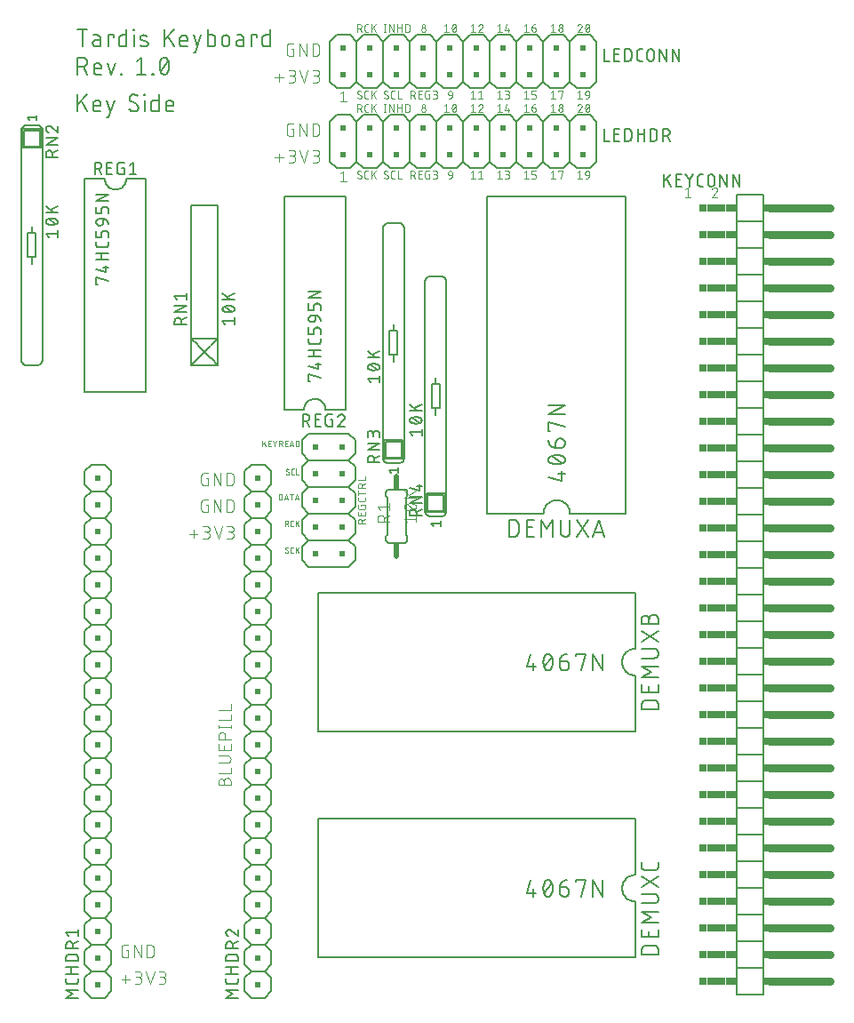
<source format=gbr>
G04 EAGLE Gerber RS-274X export*
G75*
%MOIN*%
%FSLAX34Y34*%
%LPD*%
%INSilkscreen Top*%
%IPPOS*%
%AMOC8*
5,1,8,0,0,1.08239X$1,22.5*%
G01*
%ADD10C,0.004000*%
%ADD11C,0.002000*%
%ADD12C,0.003000*%
%ADD13C,0.006000*%
%ADD14C,0.007000*%
%ADD15C,0.030000*%
%ADD16R,0.020000X0.030000*%
%ADD17R,0.040000X0.030000*%
%ADD18R,0.030000X0.030000*%
%ADD19R,0.070000X0.030000*%
%ADD20C,0.005000*%
%ADD21R,0.020000X0.020000*%
%ADD22C,0.020000*%
%ADD23R,0.020000X0.015000*%


D10*
X2670Y1089D02*
X2977Y1089D01*
X2823Y936D02*
X2823Y1242D01*
X3176Y910D02*
X3303Y910D01*
X3324Y912D01*
X3345Y917D01*
X3364Y925D01*
X3382Y937D01*
X3397Y951D01*
X3410Y968D01*
X3420Y987D01*
X3427Y1007D01*
X3431Y1027D01*
X3431Y1049D01*
X3427Y1069D01*
X3420Y1089D01*
X3410Y1108D01*
X3397Y1125D01*
X3382Y1139D01*
X3364Y1151D01*
X3345Y1159D01*
X3324Y1164D01*
X3303Y1166D01*
X3329Y1370D02*
X3176Y1370D01*
X3329Y1370D02*
X3348Y1368D01*
X3366Y1363D01*
X3383Y1355D01*
X3398Y1343D01*
X3410Y1329D01*
X3420Y1313D01*
X3427Y1296D01*
X3431Y1277D01*
X3431Y1259D01*
X3427Y1240D01*
X3420Y1223D01*
X3410Y1207D01*
X3398Y1193D01*
X3383Y1181D01*
X3366Y1173D01*
X3348Y1168D01*
X3329Y1166D01*
X3227Y1166D01*
X3600Y1370D02*
X3753Y910D01*
X3907Y1370D01*
X4076Y910D02*
X4203Y910D01*
X4224Y912D01*
X4245Y917D01*
X4264Y925D01*
X4282Y937D01*
X4297Y951D01*
X4310Y968D01*
X4320Y987D01*
X4327Y1007D01*
X4331Y1027D01*
X4331Y1049D01*
X4327Y1069D01*
X4320Y1089D01*
X4310Y1108D01*
X4297Y1125D01*
X4282Y1139D01*
X4264Y1151D01*
X4245Y1159D01*
X4224Y1164D01*
X4203Y1166D01*
X4229Y1370D02*
X4076Y1370D01*
X4229Y1370D02*
X4248Y1368D01*
X4266Y1363D01*
X4283Y1355D01*
X4298Y1343D01*
X4310Y1329D01*
X4320Y1313D01*
X4327Y1296D01*
X4331Y1277D01*
X4331Y1259D01*
X4327Y1240D01*
X4320Y1223D01*
X4310Y1207D01*
X4298Y1193D01*
X4283Y1181D01*
X4266Y1173D01*
X4248Y1168D01*
X4229Y1166D01*
X4127Y1166D01*
X5219Y17789D02*
X5526Y17789D01*
X5372Y17636D02*
X5372Y17942D01*
X5724Y17610D02*
X5852Y17610D01*
X5873Y17612D01*
X5894Y17617D01*
X5913Y17625D01*
X5931Y17637D01*
X5946Y17651D01*
X5959Y17668D01*
X5969Y17687D01*
X5976Y17707D01*
X5980Y17727D01*
X5980Y17749D01*
X5976Y17769D01*
X5969Y17789D01*
X5959Y17808D01*
X5946Y17825D01*
X5931Y17839D01*
X5913Y17851D01*
X5894Y17859D01*
X5873Y17864D01*
X5852Y17866D01*
X5878Y18070D02*
X5724Y18070D01*
X5878Y18070D02*
X5897Y18068D01*
X5915Y18063D01*
X5932Y18055D01*
X5947Y18043D01*
X5959Y18029D01*
X5969Y18013D01*
X5976Y17996D01*
X5980Y17977D01*
X5980Y17959D01*
X5976Y17940D01*
X5969Y17923D01*
X5959Y17907D01*
X5947Y17893D01*
X5932Y17881D01*
X5915Y17873D01*
X5897Y17868D01*
X5878Y17866D01*
X5776Y17866D01*
X6149Y18070D02*
X6302Y17610D01*
X6456Y18070D01*
X6624Y17610D02*
X6752Y17610D01*
X6773Y17612D01*
X6794Y17617D01*
X6813Y17625D01*
X6831Y17637D01*
X6846Y17651D01*
X6859Y17668D01*
X6869Y17687D01*
X6876Y17707D01*
X6880Y17727D01*
X6880Y17749D01*
X6876Y17769D01*
X6869Y17789D01*
X6859Y17808D01*
X6846Y17825D01*
X6831Y17839D01*
X6813Y17851D01*
X6794Y17859D01*
X6773Y17864D01*
X6752Y17866D01*
X6778Y18070D02*
X6624Y18070D01*
X6778Y18070D02*
X6797Y18068D01*
X6815Y18063D01*
X6832Y18055D01*
X6847Y18043D01*
X6859Y18029D01*
X6869Y18013D01*
X6876Y17996D01*
X6880Y17977D01*
X6880Y17959D01*
X6876Y17940D01*
X6869Y17923D01*
X6859Y17907D01*
X6847Y17893D01*
X6832Y17881D01*
X6815Y17873D01*
X6797Y17868D01*
X6778Y17866D01*
X6676Y17866D01*
X8429Y34899D02*
X8735Y34899D01*
X8582Y34746D02*
X8582Y35052D01*
X8934Y34720D02*
X9062Y34720D01*
X9083Y34722D01*
X9104Y34727D01*
X9123Y34735D01*
X9141Y34747D01*
X9156Y34761D01*
X9169Y34778D01*
X9179Y34797D01*
X9186Y34817D01*
X9190Y34837D01*
X9190Y34859D01*
X9186Y34879D01*
X9179Y34899D01*
X9169Y34918D01*
X9156Y34935D01*
X9141Y34949D01*
X9123Y34961D01*
X9104Y34969D01*
X9083Y34974D01*
X9062Y34976D01*
X9088Y35180D02*
X8934Y35180D01*
X9088Y35180D02*
X9107Y35178D01*
X9125Y35173D01*
X9142Y35165D01*
X9157Y35153D01*
X9169Y35139D01*
X9179Y35123D01*
X9186Y35106D01*
X9190Y35087D01*
X9190Y35069D01*
X9186Y35050D01*
X9179Y35033D01*
X9169Y35017D01*
X9157Y35003D01*
X9142Y34991D01*
X9125Y34983D01*
X9107Y34978D01*
X9088Y34976D01*
X8985Y34976D01*
X9359Y35180D02*
X9512Y34720D01*
X9665Y35180D01*
X9834Y34720D02*
X9962Y34720D01*
X9983Y34722D01*
X10004Y34727D01*
X10023Y34735D01*
X10041Y34747D01*
X10056Y34761D01*
X10069Y34778D01*
X10079Y34797D01*
X10086Y34817D01*
X10090Y34837D01*
X10090Y34859D01*
X10086Y34879D01*
X10079Y34899D01*
X10069Y34918D01*
X10056Y34935D01*
X10041Y34949D01*
X10023Y34961D01*
X10004Y34969D01*
X9983Y34974D01*
X9962Y34976D01*
X9988Y35180D02*
X9834Y35180D01*
X9988Y35180D02*
X10007Y35178D01*
X10025Y35173D01*
X10042Y35165D01*
X10057Y35153D01*
X10069Y35139D01*
X10079Y35123D01*
X10086Y35106D01*
X10090Y35087D01*
X10090Y35069D01*
X10086Y35050D01*
X10079Y35033D01*
X10069Y35017D01*
X10057Y35003D01*
X10042Y34991D01*
X10025Y34983D01*
X10007Y34978D01*
X9988Y34976D01*
X9885Y34976D01*
X8735Y31899D02*
X8429Y31899D01*
X8582Y31746D02*
X8582Y32052D01*
X8934Y31720D02*
X9062Y31720D01*
X9083Y31722D01*
X9104Y31727D01*
X9123Y31735D01*
X9141Y31747D01*
X9156Y31761D01*
X9169Y31778D01*
X9179Y31797D01*
X9186Y31817D01*
X9190Y31837D01*
X9190Y31859D01*
X9186Y31879D01*
X9179Y31899D01*
X9169Y31918D01*
X9156Y31935D01*
X9141Y31949D01*
X9123Y31961D01*
X9104Y31969D01*
X9083Y31974D01*
X9062Y31976D01*
X9088Y32180D02*
X8934Y32180D01*
X9088Y32180D02*
X9107Y32178D01*
X9125Y32173D01*
X9142Y32165D01*
X9157Y32153D01*
X9169Y32139D01*
X9179Y32123D01*
X9186Y32106D01*
X9190Y32087D01*
X9190Y32069D01*
X9186Y32050D01*
X9179Y32033D01*
X9169Y32017D01*
X9157Y32003D01*
X9142Y31991D01*
X9125Y31983D01*
X9107Y31978D01*
X9088Y31976D01*
X8985Y31976D01*
X9359Y32180D02*
X9512Y31720D01*
X9665Y32180D01*
X9834Y31720D02*
X9962Y31720D01*
X9983Y31722D01*
X10004Y31727D01*
X10023Y31735D01*
X10041Y31747D01*
X10056Y31761D01*
X10069Y31778D01*
X10079Y31797D01*
X10086Y31817D01*
X10090Y31837D01*
X10090Y31859D01*
X10086Y31879D01*
X10079Y31899D01*
X10069Y31918D01*
X10056Y31935D01*
X10041Y31949D01*
X10023Y31961D01*
X10004Y31969D01*
X9983Y31974D01*
X9962Y31976D01*
X9988Y32180D02*
X9834Y32180D01*
X9988Y32180D02*
X10007Y32178D01*
X10025Y32173D01*
X10042Y32165D01*
X10057Y32153D01*
X10069Y32139D01*
X10079Y32123D01*
X10086Y32106D01*
X10090Y32087D01*
X10090Y32069D01*
X10086Y32050D01*
X10079Y32033D01*
X10069Y32017D01*
X10057Y32003D01*
X10042Y31991D01*
X10025Y31983D01*
X10007Y31978D01*
X9988Y31976D01*
X9885Y31976D01*
X9130Y35976D02*
X9053Y35976D01*
X9130Y35976D02*
X9130Y35720D01*
X8977Y35720D01*
X8959Y35722D01*
X8942Y35726D01*
X8926Y35734D01*
X8911Y35744D01*
X8899Y35756D01*
X8889Y35771D01*
X8881Y35787D01*
X8877Y35804D01*
X8875Y35822D01*
X8874Y35822D02*
X8874Y36078D01*
X8875Y36078D02*
X8877Y36098D01*
X8883Y36117D01*
X8892Y36135D01*
X8905Y36150D01*
X8920Y36163D01*
X8938Y36172D01*
X8957Y36178D01*
X8977Y36180D01*
X9130Y36180D01*
X9354Y36180D02*
X9354Y35720D01*
X9610Y35720D02*
X9354Y36180D01*
X9610Y36180D02*
X9610Y35720D01*
X9834Y35720D02*
X9834Y36180D01*
X9962Y36180D01*
X9982Y36178D01*
X10002Y36174D01*
X10020Y36166D01*
X10037Y36156D01*
X10053Y36143D01*
X10066Y36127D01*
X10076Y36110D01*
X10084Y36092D01*
X10088Y36072D01*
X10090Y36052D01*
X10090Y35848D01*
X10088Y35828D01*
X10084Y35808D01*
X10076Y35790D01*
X10066Y35773D01*
X10053Y35757D01*
X10037Y35744D01*
X10020Y35734D01*
X10002Y35726D01*
X9982Y35722D01*
X9962Y35720D01*
X9834Y35720D01*
X9130Y32976D02*
X9053Y32976D01*
X9130Y32976D02*
X9130Y32720D01*
X8977Y32720D01*
X8959Y32722D01*
X8942Y32726D01*
X8926Y32734D01*
X8911Y32744D01*
X8899Y32756D01*
X8889Y32771D01*
X8881Y32787D01*
X8877Y32804D01*
X8875Y32822D01*
X8874Y32822D02*
X8874Y33078D01*
X8875Y33078D02*
X8877Y33098D01*
X8883Y33117D01*
X8892Y33135D01*
X8905Y33150D01*
X8920Y33163D01*
X8938Y33172D01*
X8957Y33178D01*
X8977Y33180D01*
X9130Y33180D01*
X9354Y33180D02*
X9354Y32720D01*
X9610Y32720D02*
X9354Y33180D01*
X9610Y33180D02*
X9610Y32720D01*
X9834Y32720D02*
X9834Y33180D01*
X9962Y33180D01*
X9982Y33178D01*
X10002Y33174D01*
X10020Y33166D01*
X10037Y33156D01*
X10053Y33143D01*
X10066Y33127D01*
X10076Y33110D01*
X10084Y33092D01*
X10088Y33072D01*
X10090Y33052D01*
X10090Y32848D01*
X10088Y32828D01*
X10084Y32808D01*
X10076Y32790D01*
X10066Y32773D01*
X10053Y32757D01*
X10037Y32744D01*
X10020Y32734D01*
X10002Y32726D01*
X9982Y32722D01*
X9962Y32720D01*
X9834Y32720D01*
X5920Y19866D02*
X5843Y19866D01*
X5920Y19866D02*
X5920Y19610D01*
X5767Y19610D01*
X5749Y19612D01*
X5732Y19616D01*
X5716Y19624D01*
X5701Y19634D01*
X5689Y19646D01*
X5679Y19661D01*
X5671Y19677D01*
X5667Y19694D01*
X5665Y19712D01*
X5664Y19712D02*
X5664Y19968D01*
X5665Y19968D02*
X5667Y19988D01*
X5673Y20007D01*
X5682Y20025D01*
X5695Y20040D01*
X5710Y20053D01*
X5728Y20062D01*
X5747Y20068D01*
X5767Y20070D01*
X5920Y20070D01*
X6144Y20070D02*
X6144Y19610D01*
X6400Y19610D02*
X6144Y20070D01*
X6400Y20070D02*
X6400Y19610D01*
X6624Y19610D02*
X6624Y20070D01*
X6752Y20070D01*
X6772Y20068D01*
X6792Y20064D01*
X6810Y20056D01*
X6827Y20046D01*
X6843Y20033D01*
X6856Y20017D01*
X6866Y20000D01*
X6874Y19982D01*
X6878Y19962D01*
X6880Y19942D01*
X6880Y19738D01*
X6878Y19718D01*
X6874Y19698D01*
X6866Y19680D01*
X6856Y19663D01*
X6843Y19647D01*
X6827Y19634D01*
X6810Y19624D01*
X6792Y19616D01*
X6772Y19612D01*
X6752Y19610D01*
X6624Y19610D01*
X5920Y18866D02*
X5843Y18866D01*
X5920Y18866D02*
X5920Y18610D01*
X5767Y18610D01*
X5749Y18612D01*
X5732Y18616D01*
X5716Y18624D01*
X5701Y18634D01*
X5689Y18646D01*
X5679Y18661D01*
X5671Y18677D01*
X5667Y18694D01*
X5665Y18712D01*
X5664Y18712D02*
X5664Y18968D01*
X5665Y18968D02*
X5667Y18988D01*
X5673Y19007D01*
X5682Y19025D01*
X5695Y19040D01*
X5710Y19053D01*
X5728Y19062D01*
X5747Y19068D01*
X5767Y19070D01*
X5920Y19070D01*
X6144Y19070D02*
X6144Y18610D01*
X6400Y18610D02*
X6144Y19070D01*
X6400Y19070D02*
X6400Y18610D01*
X6624Y18610D02*
X6624Y19070D01*
X6752Y19070D01*
X6772Y19068D01*
X6792Y19064D01*
X6810Y19056D01*
X6827Y19046D01*
X6843Y19033D01*
X6856Y19017D01*
X6866Y19000D01*
X6874Y18982D01*
X6878Y18962D01*
X6880Y18942D01*
X6880Y18738D01*
X6878Y18718D01*
X6874Y18698D01*
X6866Y18680D01*
X6856Y18663D01*
X6843Y18647D01*
X6827Y18634D01*
X6810Y18624D01*
X6792Y18616D01*
X6772Y18612D01*
X6752Y18610D01*
X6624Y18610D01*
X2926Y2166D02*
X2849Y2166D01*
X2926Y2166D02*
X2926Y1910D01*
X2772Y1910D01*
X2754Y1912D01*
X2737Y1916D01*
X2721Y1924D01*
X2706Y1934D01*
X2694Y1946D01*
X2684Y1961D01*
X2676Y1977D01*
X2672Y1994D01*
X2670Y2012D01*
X2670Y2268D01*
X2672Y2288D01*
X2678Y2307D01*
X2687Y2325D01*
X2700Y2340D01*
X2715Y2353D01*
X2733Y2362D01*
X2752Y2368D01*
X2772Y2370D01*
X2926Y2370D01*
X3150Y2370D02*
X3150Y1910D01*
X3406Y1910D02*
X3150Y2370D01*
X3406Y2370D02*
X3406Y1910D01*
X3630Y1910D02*
X3630Y2370D01*
X3758Y2370D01*
X3778Y2368D01*
X3798Y2364D01*
X3816Y2356D01*
X3833Y2346D01*
X3849Y2333D01*
X3862Y2317D01*
X3872Y2300D01*
X3880Y2282D01*
X3884Y2262D01*
X3886Y2242D01*
X3886Y2038D01*
X3884Y2018D01*
X3880Y1998D01*
X3872Y1980D01*
X3862Y1963D01*
X3849Y1947D01*
X3833Y1934D01*
X3816Y1924D01*
X3798Y1916D01*
X3778Y1912D01*
X3758Y1910D01*
X3630Y1910D01*
D11*
X8569Y19070D02*
X8569Y19290D01*
X8630Y19290D01*
X8644Y19288D01*
X8656Y19284D01*
X8668Y19277D01*
X8678Y19267D01*
X8685Y19255D01*
X8689Y19243D01*
X8691Y19229D01*
X8691Y19131D01*
X8689Y19117D01*
X8685Y19105D01*
X8678Y19093D01*
X8668Y19083D01*
X8656Y19076D01*
X8644Y19072D01*
X8630Y19070D01*
X8569Y19070D01*
X8780Y19070D02*
X8853Y19290D01*
X8927Y19070D01*
X8908Y19125D02*
X8798Y19125D01*
X9055Y19070D02*
X9055Y19290D01*
X8994Y19290D02*
X9116Y19290D01*
X9257Y19290D02*
X9183Y19070D01*
X9330Y19070D02*
X9257Y19290D01*
X9312Y19125D02*
X9202Y19125D01*
X8931Y17119D02*
X8929Y17106D01*
X8924Y17095D01*
X8917Y17084D01*
X8907Y17077D01*
X8895Y17072D01*
X8882Y17070D01*
X8866Y17071D01*
X8850Y17075D01*
X8835Y17081D01*
X8821Y17090D01*
X8809Y17100D01*
X8815Y17241D02*
X8817Y17254D01*
X8822Y17266D01*
X8829Y17276D01*
X8840Y17283D01*
X8851Y17288D01*
X8864Y17290D01*
X8879Y17289D01*
X8893Y17285D01*
X8907Y17279D01*
X8919Y17272D01*
X8839Y17198D02*
X8828Y17206D01*
X8821Y17216D01*
X8816Y17228D01*
X8814Y17241D01*
X8906Y17162D02*
X8917Y17154D01*
X8924Y17144D01*
X8929Y17132D01*
X8931Y17119D01*
X8906Y17162D02*
X8839Y17198D01*
X9066Y17070D02*
X9114Y17070D01*
X9066Y17070D02*
X9053Y17072D01*
X9042Y17077D01*
X9031Y17084D01*
X9024Y17095D01*
X9019Y17106D01*
X9017Y17119D01*
X9017Y17241D01*
X9019Y17254D01*
X9024Y17265D01*
X9031Y17276D01*
X9041Y17283D01*
X9053Y17288D01*
X9066Y17290D01*
X9114Y17290D01*
X9208Y17290D02*
X9208Y17070D01*
X9208Y17156D02*
X9330Y17290D01*
X9257Y17204D02*
X9330Y17070D01*
X8803Y18070D02*
X8803Y18290D01*
X8864Y18290D01*
X8879Y18288D01*
X8892Y18283D01*
X8904Y18275D01*
X8914Y18264D01*
X8921Y18251D01*
X8925Y18236D01*
X8925Y18222D01*
X8921Y18207D01*
X8914Y18194D01*
X8904Y18183D01*
X8892Y18175D01*
X8879Y18170D01*
X8864Y18168D01*
X8803Y18168D01*
X8876Y18168D02*
X8925Y18070D01*
X9066Y18070D02*
X9114Y18070D01*
X9066Y18070D02*
X9053Y18072D01*
X9042Y18077D01*
X9031Y18084D01*
X9024Y18095D01*
X9019Y18106D01*
X9017Y18119D01*
X9017Y18241D01*
X9019Y18254D01*
X9024Y18265D01*
X9031Y18276D01*
X9041Y18283D01*
X9053Y18288D01*
X9066Y18290D01*
X9114Y18290D01*
X9208Y18290D02*
X9208Y18070D01*
X9208Y18156D02*
X9330Y18290D01*
X9257Y18204D02*
X9330Y18070D01*
X7965Y21070D02*
X7965Y21290D01*
X8088Y21290D02*
X7965Y21156D01*
X8014Y21204D02*
X8088Y21070D01*
X8179Y21070D02*
X8276Y21070D01*
X8179Y21070D02*
X8179Y21290D01*
X8276Y21290D01*
X8252Y21192D02*
X8179Y21192D01*
X8346Y21290D02*
X8419Y21186D01*
X8493Y21290D01*
X8419Y21186D02*
X8419Y21070D01*
X8583Y21070D02*
X8583Y21290D01*
X8644Y21290D01*
X8659Y21288D01*
X8672Y21283D01*
X8684Y21275D01*
X8694Y21264D01*
X8701Y21251D01*
X8705Y21236D01*
X8705Y21222D01*
X8701Y21207D01*
X8694Y21194D01*
X8684Y21183D01*
X8672Y21175D01*
X8659Y21170D01*
X8644Y21168D01*
X8583Y21168D01*
X8656Y21168D02*
X8705Y21070D01*
X8805Y21070D02*
X8903Y21070D01*
X8805Y21070D02*
X8805Y21290D01*
X8903Y21290D01*
X8878Y21192D02*
X8805Y21192D01*
X8972Y21070D02*
X9046Y21290D01*
X9119Y21070D01*
X9101Y21125D02*
X8991Y21125D01*
X9208Y21070D02*
X9208Y21290D01*
X9269Y21290D01*
X9283Y21288D01*
X9295Y21284D01*
X9307Y21277D01*
X9317Y21267D01*
X9324Y21255D01*
X9328Y21243D01*
X9330Y21229D01*
X9330Y21131D01*
X9328Y21117D01*
X9324Y21105D01*
X9317Y21093D01*
X9307Y21083D01*
X9295Y21076D01*
X9283Y21072D01*
X9269Y21070D01*
X9208Y21070D01*
D12*
X19775Y31341D02*
X19856Y31405D01*
X19856Y31115D01*
X19775Y31115D02*
X19937Y31115D01*
X20128Y31244D02*
X20225Y31244D01*
X20128Y31244D02*
X20114Y31246D01*
X20100Y31250D01*
X20088Y31258D01*
X20078Y31268D01*
X20070Y31280D01*
X20066Y31294D01*
X20064Y31308D01*
X20063Y31308D02*
X20063Y31324D01*
X20065Y31341D01*
X20070Y31357D01*
X20078Y31372D01*
X20090Y31384D01*
X20104Y31394D01*
X20119Y31401D01*
X20136Y31405D01*
X20152Y31405D01*
X20169Y31401D01*
X20185Y31394D01*
X20198Y31384D01*
X20210Y31372D01*
X20218Y31357D01*
X20223Y31341D01*
X20225Y31324D01*
X20225Y31244D01*
X20223Y31224D01*
X20219Y31204D01*
X20211Y31185D01*
X20200Y31168D01*
X20187Y31153D01*
X20172Y31140D01*
X20155Y31129D01*
X20136Y31121D01*
X20116Y31117D01*
X20096Y31115D01*
X18856Y31405D02*
X18775Y31341D01*
X18856Y31405D02*
X18856Y31115D01*
X18775Y31115D02*
X18937Y31115D01*
X19063Y31373D02*
X19063Y31405D01*
X19225Y31405D01*
X19144Y31115D01*
X17856Y31405D02*
X17775Y31341D01*
X17856Y31405D02*
X17856Y31115D01*
X17775Y31115D02*
X17937Y31115D01*
X18063Y31115D02*
X18160Y31115D01*
X18174Y31117D01*
X18188Y31121D01*
X18200Y31129D01*
X18210Y31139D01*
X18218Y31151D01*
X18222Y31165D01*
X18224Y31179D01*
X18225Y31179D02*
X18225Y31212D01*
X18224Y31212D02*
X18222Y31226D01*
X18218Y31240D01*
X18210Y31252D01*
X18200Y31262D01*
X18188Y31270D01*
X18174Y31274D01*
X18160Y31276D01*
X18063Y31276D01*
X18063Y31405D01*
X18225Y31405D01*
X16856Y31405D02*
X16775Y31341D01*
X16856Y31405D02*
X16856Y31115D01*
X16775Y31115D02*
X16937Y31115D01*
X17063Y31115D02*
X17144Y31115D01*
X17161Y31117D01*
X17177Y31122D01*
X17192Y31130D01*
X17204Y31142D01*
X17214Y31156D01*
X17221Y31171D01*
X17225Y31188D01*
X17225Y31204D01*
X17221Y31221D01*
X17214Y31237D01*
X17204Y31250D01*
X17192Y31262D01*
X17177Y31270D01*
X17161Y31275D01*
X17144Y31277D01*
X17160Y31405D02*
X17063Y31405D01*
X17160Y31405D02*
X17174Y31403D01*
X17188Y31399D01*
X17200Y31391D01*
X17210Y31381D01*
X17218Y31369D01*
X17222Y31355D01*
X17224Y31341D01*
X17222Y31327D01*
X17218Y31313D01*
X17210Y31301D01*
X17200Y31291D01*
X17188Y31283D01*
X17174Y31279D01*
X17160Y31277D01*
X17160Y31276D02*
X17096Y31276D01*
X19937Y36833D02*
X19935Y36849D01*
X19930Y36865D01*
X19921Y36879D01*
X19910Y36890D01*
X19896Y36899D01*
X19880Y36904D01*
X19864Y36906D01*
X19864Y36905D02*
X19847Y36904D01*
X19831Y36899D01*
X19816Y36892D01*
X19803Y36882D01*
X19791Y36870D01*
X19782Y36856D01*
X19776Y36841D01*
X19913Y36777D02*
X19923Y36788D01*
X19931Y36802D01*
X19935Y36817D01*
X19937Y36833D01*
X19912Y36776D02*
X19775Y36615D01*
X19937Y36615D01*
X20063Y36760D02*
X20065Y36787D01*
X20069Y36814D01*
X20077Y36840D01*
X20087Y36865D01*
X20087Y36864D02*
X20094Y36878D01*
X20103Y36889D01*
X20115Y36898D01*
X20129Y36903D01*
X20144Y36905D01*
X20159Y36903D01*
X20173Y36898D01*
X20185Y36889D01*
X20194Y36878D01*
X20201Y36864D01*
X20201Y36865D02*
X20211Y36840D01*
X20219Y36814D01*
X20223Y36787D01*
X20225Y36760D01*
X20063Y36760D02*
X20065Y36733D01*
X20069Y36706D01*
X20077Y36680D01*
X20087Y36655D01*
X20087Y36656D02*
X20094Y36642D01*
X20103Y36631D01*
X20115Y36622D01*
X20129Y36617D01*
X20144Y36615D01*
X20201Y36655D02*
X20211Y36680D01*
X20219Y36706D01*
X20223Y36733D01*
X20225Y36760D01*
X20201Y36656D02*
X20194Y36642D01*
X20185Y36631D01*
X20173Y36622D01*
X20159Y36617D01*
X20144Y36615D01*
X20080Y36679D02*
X20208Y36841D01*
X18856Y36905D02*
X18775Y36841D01*
X18856Y36905D02*
X18856Y36615D01*
X18775Y36615D02*
X18937Y36615D01*
X19063Y36696D02*
X19065Y36713D01*
X19070Y36729D01*
X19078Y36744D01*
X19090Y36756D01*
X19104Y36766D01*
X19119Y36773D01*
X19136Y36777D01*
X19152Y36777D01*
X19169Y36773D01*
X19185Y36766D01*
X19198Y36756D01*
X19210Y36744D01*
X19218Y36729D01*
X19223Y36713D01*
X19225Y36696D01*
X19223Y36679D01*
X19218Y36663D01*
X19210Y36648D01*
X19198Y36636D01*
X19185Y36626D01*
X19169Y36619D01*
X19152Y36615D01*
X19136Y36615D01*
X19119Y36619D01*
X19104Y36626D01*
X19090Y36636D01*
X19078Y36648D01*
X19070Y36663D01*
X19065Y36679D01*
X19063Y36696D01*
X19080Y36841D02*
X19082Y36855D01*
X19086Y36869D01*
X19094Y36881D01*
X19104Y36891D01*
X19116Y36899D01*
X19130Y36903D01*
X19144Y36905D01*
X19158Y36903D01*
X19172Y36899D01*
X19184Y36891D01*
X19194Y36881D01*
X19202Y36869D01*
X19206Y36855D01*
X19208Y36841D01*
X19206Y36827D01*
X19202Y36813D01*
X19194Y36801D01*
X19184Y36791D01*
X19172Y36783D01*
X19158Y36779D01*
X19144Y36777D01*
X19130Y36779D01*
X19116Y36783D01*
X19104Y36791D01*
X19094Y36801D01*
X19086Y36813D01*
X19082Y36827D01*
X19080Y36841D01*
X17856Y36905D02*
X17775Y36841D01*
X17856Y36905D02*
X17856Y36615D01*
X17775Y36615D02*
X17937Y36615D01*
X18063Y36776D02*
X18160Y36776D01*
X18174Y36774D01*
X18188Y36770D01*
X18200Y36762D01*
X18210Y36752D01*
X18218Y36740D01*
X18222Y36726D01*
X18224Y36712D01*
X18225Y36712D02*
X18225Y36696D01*
X18223Y36679D01*
X18218Y36663D01*
X18210Y36648D01*
X18198Y36636D01*
X18185Y36626D01*
X18169Y36619D01*
X18152Y36615D01*
X18136Y36615D01*
X18119Y36619D01*
X18104Y36626D01*
X18090Y36636D01*
X18078Y36648D01*
X18070Y36663D01*
X18065Y36679D01*
X18063Y36696D01*
X18063Y36776D01*
X18065Y36798D01*
X18071Y36820D01*
X18080Y36840D01*
X18093Y36859D01*
X18109Y36875D01*
X18127Y36888D01*
X18148Y36897D01*
X18170Y36903D01*
X18192Y36905D01*
X16856Y36905D02*
X16775Y36841D01*
X16856Y36905D02*
X16856Y36615D01*
X16775Y36615D02*
X16937Y36615D01*
X17063Y36679D02*
X17128Y36905D01*
X17063Y36679D02*
X17225Y36679D01*
X17176Y36615D02*
X17176Y36744D01*
X11515Y33905D02*
X11515Y33615D01*
X11515Y33905D02*
X11596Y33905D01*
X11613Y33903D01*
X11629Y33898D01*
X11644Y33890D01*
X11656Y33878D01*
X11666Y33865D01*
X11673Y33849D01*
X11677Y33832D01*
X11677Y33816D01*
X11673Y33799D01*
X11666Y33784D01*
X11656Y33770D01*
X11644Y33758D01*
X11629Y33750D01*
X11613Y33745D01*
X11596Y33743D01*
X11596Y33744D02*
X11515Y33744D01*
X11612Y33744D02*
X11676Y33615D01*
X11865Y33615D02*
X11929Y33615D01*
X11865Y33615D02*
X11851Y33617D01*
X11837Y33621D01*
X11825Y33629D01*
X11815Y33639D01*
X11807Y33651D01*
X11803Y33665D01*
X11801Y33679D01*
X11800Y33679D02*
X11800Y33841D01*
X11801Y33841D02*
X11803Y33855D01*
X11807Y33869D01*
X11815Y33881D01*
X11825Y33891D01*
X11837Y33899D01*
X11851Y33903D01*
X11865Y33905D01*
X11929Y33905D01*
X12055Y33905D02*
X12055Y33615D01*
X12055Y33728D02*
X12216Y33905D01*
X12120Y33792D02*
X12216Y33615D01*
X11676Y31179D02*
X11674Y31165D01*
X11670Y31151D01*
X11662Y31139D01*
X11652Y31129D01*
X11640Y31121D01*
X11626Y31117D01*
X11612Y31115D01*
X11591Y31117D01*
X11570Y31122D01*
X11550Y31130D01*
X11532Y31141D01*
X11515Y31155D01*
X11523Y31341D02*
X11525Y31355D01*
X11529Y31369D01*
X11537Y31381D01*
X11547Y31391D01*
X11559Y31399D01*
X11573Y31403D01*
X11587Y31405D01*
X11606Y31403D01*
X11625Y31399D01*
X11643Y31391D01*
X11660Y31381D01*
X11524Y31341D02*
X11525Y31328D01*
X11530Y31315D01*
X11536Y31303D01*
X11545Y31293D01*
X11556Y31285D01*
X11644Y31235D02*
X11655Y31227D01*
X11664Y31217D01*
X11670Y31205D01*
X11675Y31192D01*
X11676Y31179D01*
X11644Y31236D02*
X11555Y31284D01*
X11857Y31115D02*
X11921Y31115D01*
X11857Y31115D02*
X11843Y31117D01*
X11829Y31121D01*
X11817Y31129D01*
X11807Y31139D01*
X11799Y31151D01*
X11795Y31165D01*
X11793Y31179D01*
X11792Y31179D02*
X11792Y31341D01*
X11793Y31341D02*
X11795Y31355D01*
X11799Y31369D01*
X11807Y31381D01*
X11817Y31391D01*
X11829Y31399D01*
X11843Y31403D01*
X11857Y31405D01*
X11921Y31405D01*
X12048Y31405D02*
X12048Y31115D01*
X12048Y31228D02*
X12209Y31405D01*
X12112Y31292D02*
X12209Y31115D01*
X11612Y34115D02*
X11626Y34117D01*
X11640Y34121D01*
X11652Y34129D01*
X11662Y34139D01*
X11670Y34151D01*
X11674Y34165D01*
X11676Y34179D01*
X11612Y34115D02*
X11591Y34117D01*
X11570Y34122D01*
X11550Y34130D01*
X11532Y34141D01*
X11515Y34155D01*
X11523Y34341D02*
X11525Y34355D01*
X11529Y34369D01*
X11537Y34381D01*
X11547Y34391D01*
X11559Y34399D01*
X11573Y34403D01*
X11587Y34405D01*
X11606Y34403D01*
X11625Y34399D01*
X11643Y34391D01*
X11660Y34381D01*
X11524Y34341D02*
X11525Y34328D01*
X11530Y34315D01*
X11536Y34303D01*
X11545Y34293D01*
X11556Y34285D01*
X11644Y34235D02*
X11655Y34227D01*
X11664Y34217D01*
X11670Y34205D01*
X11675Y34192D01*
X11676Y34179D01*
X11644Y34236D02*
X11555Y34284D01*
X11857Y34115D02*
X11921Y34115D01*
X11857Y34115D02*
X11843Y34117D01*
X11829Y34121D01*
X11817Y34129D01*
X11807Y34139D01*
X11799Y34151D01*
X11795Y34165D01*
X11793Y34179D01*
X11792Y34179D02*
X11792Y34341D01*
X11793Y34341D02*
X11795Y34355D01*
X11799Y34369D01*
X11807Y34381D01*
X11817Y34391D01*
X11829Y34399D01*
X11843Y34403D01*
X11857Y34405D01*
X11921Y34405D01*
X12048Y34405D02*
X12048Y34115D01*
X12048Y34228D02*
X12209Y34405D01*
X12112Y34292D02*
X12209Y34115D01*
X11515Y36615D02*
X11515Y36905D01*
X11596Y36905D01*
X11613Y36903D01*
X11629Y36898D01*
X11644Y36890D01*
X11656Y36878D01*
X11666Y36865D01*
X11673Y36849D01*
X11677Y36832D01*
X11677Y36816D01*
X11673Y36799D01*
X11666Y36784D01*
X11656Y36770D01*
X11644Y36758D01*
X11629Y36750D01*
X11613Y36745D01*
X11596Y36743D01*
X11596Y36744D02*
X11515Y36744D01*
X11612Y36744D02*
X11676Y36615D01*
X11865Y36615D02*
X11929Y36615D01*
X11865Y36615D02*
X11851Y36617D01*
X11837Y36621D01*
X11825Y36629D01*
X11815Y36639D01*
X11807Y36651D01*
X11803Y36665D01*
X11801Y36679D01*
X11800Y36679D02*
X11800Y36841D01*
X11801Y36841D02*
X11803Y36855D01*
X11807Y36869D01*
X11815Y36881D01*
X11825Y36891D01*
X11837Y36899D01*
X11851Y36903D01*
X11865Y36905D01*
X11929Y36905D01*
X12055Y36905D02*
X12055Y36615D01*
X12055Y36728D02*
X12216Y36905D01*
X12120Y36792D02*
X12216Y36615D01*
X15856Y31405D02*
X15775Y31341D01*
X15856Y31405D02*
X15856Y31115D01*
X15775Y31115D02*
X15937Y31115D01*
X16063Y31341D02*
X16144Y31405D01*
X16144Y31115D01*
X16063Y31115D02*
X16225Y31115D01*
X15081Y31244D02*
X14984Y31244D01*
X14970Y31246D01*
X14956Y31250D01*
X14944Y31258D01*
X14934Y31268D01*
X14926Y31280D01*
X14922Y31294D01*
X14920Y31308D01*
X14919Y31308D02*
X14919Y31324D01*
X14921Y31341D01*
X14926Y31357D01*
X14934Y31372D01*
X14946Y31384D01*
X14960Y31394D01*
X14975Y31401D01*
X14992Y31405D01*
X15008Y31405D01*
X15025Y31401D01*
X15041Y31394D01*
X15054Y31384D01*
X15066Y31372D01*
X15074Y31357D01*
X15079Y31341D01*
X15081Y31324D01*
X15081Y31244D01*
X15079Y31224D01*
X15075Y31204D01*
X15067Y31185D01*
X15056Y31168D01*
X15043Y31153D01*
X15028Y31140D01*
X15011Y31129D01*
X14992Y31121D01*
X14972Y31117D01*
X14952Y31115D01*
X15775Y36841D02*
X15856Y36905D01*
X15856Y36615D01*
X15775Y36615D02*
X15937Y36615D01*
X16225Y36833D02*
X16223Y36849D01*
X16218Y36865D01*
X16209Y36879D01*
X16198Y36890D01*
X16184Y36899D01*
X16168Y36904D01*
X16152Y36906D01*
X16152Y36905D02*
X16135Y36904D01*
X16119Y36899D01*
X16104Y36892D01*
X16091Y36882D01*
X16079Y36870D01*
X16070Y36856D01*
X16064Y36841D01*
X16201Y36777D02*
X16211Y36788D01*
X16219Y36802D01*
X16223Y36817D01*
X16225Y36833D01*
X16200Y36776D02*
X16063Y36615D01*
X16225Y36615D01*
X14856Y36905D02*
X14775Y36841D01*
X14856Y36905D02*
X14856Y36615D01*
X14775Y36615D02*
X14937Y36615D01*
X15063Y36760D02*
X15065Y36787D01*
X15069Y36814D01*
X15077Y36840D01*
X15087Y36865D01*
X15087Y36864D02*
X15094Y36878D01*
X15103Y36889D01*
X15115Y36898D01*
X15129Y36903D01*
X15144Y36905D01*
X15159Y36903D01*
X15173Y36898D01*
X15185Y36889D01*
X15194Y36878D01*
X15201Y36864D01*
X15201Y36865D02*
X15211Y36840D01*
X15219Y36814D01*
X15223Y36787D01*
X15225Y36760D01*
X15063Y36760D02*
X15065Y36733D01*
X15069Y36706D01*
X15077Y36680D01*
X15087Y36655D01*
X15087Y36656D02*
X15094Y36642D01*
X15103Y36631D01*
X15115Y36622D01*
X15129Y36617D01*
X15144Y36615D01*
X15201Y36655D02*
X15211Y36680D01*
X15219Y36706D01*
X15223Y36733D01*
X15225Y36760D01*
X15201Y36656D02*
X15194Y36642D01*
X15185Y36631D01*
X15173Y36622D01*
X15159Y36617D01*
X15144Y36615D01*
X15080Y36679D02*
X15208Y36841D01*
X14081Y36696D02*
X14079Y36713D01*
X14074Y36729D01*
X14066Y36744D01*
X14054Y36756D01*
X14041Y36766D01*
X14025Y36773D01*
X14008Y36777D01*
X13992Y36777D01*
X13975Y36773D01*
X13960Y36766D01*
X13946Y36756D01*
X13934Y36744D01*
X13926Y36729D01*
X13921Y36713D01*
X13919Y36696D01*
X13921Y36679D01*
X13926Y36663D01*
X13934Y36648D01*
X13946Y36636D01*
X13960Y36626D01*
X13975Y36619D01*
X13992Y36615D01*
X14008Y36615D01*
X14025Y36619D01*
X14041Y36626D01*
X14054Y36636D01*
X14066Y36648D01*
X14074Y36663D01*
X14079Y36679D01*
X14081Y36696D01*
X14064Y36841D02*
X14062Y36855D01*
X14058Y36869D01*
X14050Y36881D01*
X14040Y36891D01*
X14028Y36899D01*
X14014Y36903D01*
X14000Y36905D01*
X13986Y36903D01*
X13972Y36899D01*
X13960Y36891D01*
X13950Y36881D01*
X13942Y36869D01*
X13938Y36855D01*
X13936Y36841D01*
X13938Y36827D01*
X13942Y36813D01*
X13950Y36801D01*
X13960Y36791D01*
X13972Y36783D01*
X13986Y36779D01*
X14000Y36777D01*
X14014Y36779D01*
X14028Y36783D01*
X14040Y36791D01*
X14050Y36801D01*
X14058Y36813D01*
X14062Y36827D01*
X14064Y36841D01*
D10*
X6514Y8508D02*
X6514Y8381D01*
X6514Y8508D02*
X6516Y8529D01*
X6521Y8550D01*
X6529Y8569D01*
X6541Y8587D01*
X6555Y8602D01*
X6572Y8615D01*
X6591Y8625D01*
X6611Y8632D01*
X6631Y8636D01*
X6653Y8636D01*
X6673Y8632D01*
X6693Y8625D01*
X6712Y8615D01*
X6729Y8602D01*
X6743Y8587D01*
X6755Y8569D01*
X6763Y8550D01*
X6768Y8529D01*
X6770Y8508D01*
X6770Y8381D01*
X6310Y8381D01*
X6310Y8508D01*
X6312Y8527D01*
X6317Y8545D01*
X6325Y8562D01*
X6337Y8577D01*
X6351Y8589D01*
X6367Y8599D01*
X6384Y8606D01*
X6403Y8610D01*
X6421Y8610D01*
X6440Y8606D01*
X6457Y8599D01*
X6473Y8589D01*
X6487Y8577D01*
X6499Y8562D01*
X6507Y8545D01*
X6512Y8527D01*
X6514Y8508D01*
X6310Y8825D02*
X6770Y8825D01*
X6770Y9029D01*
X6642Y9214D02*
X6310Y9214D01*
X6642Y9214D02*
X6663Y9216D01*
X6684Y9221D01*
X6703Y9229D01*
X6721Y9241D01*
X6736Y9255D01*
X6749Y9272D01*
X6759Y9291D01*
X6766Y9311D01*
X6770Y9331D01*
X6770Y9353D01*
X6766Y9373D01*
X6759Y9393D01*
X6749Y9412D01*
X6736Y9429D01*
X6721Y9443D01*
X6703Y9455D01*
X6684Y9463D01*
X6663Y9468D01*
X6642Y9470D01*
X6310Y9470D01*
X6770Y9695D02*
X6770Y9899D01*
X6770Y9695D02*
X6310Y9695D01*
X6310Y9899D01*
X6514Y9848D02*
X6514Y9695D01*
X6310Y10091D02*
X6770Y10091D01*
X6310Y10091D02*
X6310Y10218D01*
X6312Y10239D01*
X6317Y10260D01*
X6325Y10279D01*
X6337Y10297D01*
X6351Y10312D01*
X6368Y10325D01*
X6387Y10335D01*
X6407Y10342D01*
X6427Y10346D01*
X6449Y10346D01*
X6469Y10342D01*
X6489Y10335D01*
X6508Y10325D01*
X6525Y10312D01*
X6539Y10297D01*
X6551Y10279D01*
X6559Y10260D01*
X6564Y10239D01*
X6566Y10218D01*
X6566Y10091D01*
X6770Y10557D02*
X6310Y10557D01*
X6770Y10506D02*
X6770Y10608D01*
X6310Y10608D02*
X6310Y10506D01*
X6310Y10805D02*
X6770Y10805D01*
X6770Y11009D01*
X6770Y11195D02*
X6310Y11195D01*
X6770Y11195D02*
X6770Y11399D01*
D13*
X1208Y36070D02*
X1208Y36710D01*
X1030Y36710D02*
X1386Y36710D01*
X1720Y36319D02*
X1880Y36319D01*
X1720Y36318D02*
X1700Y36316D01*
X1680Y36311D01*
X1661Y36303D01*
X1644Y36292D01*
X1629Y36278D01*
X1616Y36262D01*
X1606Y36244D01*
X1600Y36224D01*
X1596Y36204D01*
X1596Y36184D01*
X1600Y36164D01*
X1606Y36144D01*
X1616Y36126D01*
X1629Y36110D01*
X1644Y36096D01*
X1661Y36085D01*
X1680Y36077D01*
X1700Y36072D01*
X1720Y36070D01*
X1880Y36070D01*
X1880Y36390D01*
X1881Y36390D02*
X1879Y36409D01*
X1875Y36427D01*
X1867Y36444D01*
X1856Y36459D01*
X1843Y36472D01*
X1828Y36483D01*
X1811Y36491D01*
X1793Y36495D01*
X1774Y36497D01*
X1632Y36497D01*
X2177Y36497D02*
X2177Y36070D01*
X2177Y36497D02*
X2390Y36497D01*
X2390Y36426D01*
X2865Y36710D02*
X2865Y36070D01*
X2687Y36070D01*
X2668Y36072D01*
X2650Y36076D01*
X2634Y36084D01*
X2618Y36095D01*
X2605Y36108D01*
X2594Y36124D01*
X2586Y36140D01*
X2582Y36158D01*
X2580Y36177D01*
X2581Y36177D02*
X2581Y36390D01*
X2580Y36390D02*
X2582Y36409D01*
X2586Y36427D01*
X2594Y36444D01*
X2605Y36459D01*
X2618Y36472D01*
X2634Y36483D01*
X2650Y36491D01*
X2668Y36495D01*
X2687Y36497D01*
X2865Y36497D01*
X3136Y36497D02*
X3136Y36070D01*
X3118Y36674D02*
X3118Y36710D01*
X3154Y36710D01*
X3154Y36674D01*
X3118Y36674D01*
X3437Y36319D02*
X3615Y36248D01*
X3437Y36319D02*
X3421Y36327D01*
X3406Y36338D01*
X3395Y36352D01*
X3386Y36368D01*
X3381Y36386D01*
X3379Y36404D01*
X3381Y36422D01*
X3386Y36439D01*
X3395Y36455D01*
X3406Y36469D01*
X3421Y36481D01*
X3437Y36489D01*
X3454Y36494D01*
X3472Y36496D01*
X3473Y36497D02*
X3506Y36495D01*
X3538Y36491D01*
X3571Y36483D01*
X3602Y36474D01*
X3633Y36461D01*
X3614Y36247D02*
X3630Y36239D01*
X3645Y36228D01*
X3656Y36214D01*
X3665Y36198D01*
X3670Y36180D01*
X3672Y36162D01*
X3670Y36144D01*
X3665Y36127D01*
X3656Y36111D01*
X3645Y36097D01*
X3630Y36085D01*
X3614Y36077D01*
X3597Y36072D01*
X3579Y36070D01*
X3540Y36072D01*
X3500Y36076D01*
X3461Y36084D01*
X3422Y36093D01*
X3384Y36106D01*
X4279Y36070D02*
X4279Y36710D01*
X4635Y36710D02*
X4279Y36319D01*
X4422Y36461D02*
X4635Y36070D01*
X4967Y36070D02*
X5145Y36070D01*
X4967Y36070D02*
X4948Y36072D01*
X4930Y36076D01*
X4914Y36084D01*
X4898Y36095D01*
X4885Y36108D01*
X4874Y36124D01*
X4866Y36140D01*
X4862Y36158D01*
X4860Y36177D01*
X4861Y36177D02*
X4861Y36354D01*
X4863Y36376D01*
X4868Y36398D01*
X4876Y36418D01*
X4888Y36437D01*
X4903Y36454D01*
X4920Y36469D01*
X4939Y36481D01*
X4959Y36489D01*
X4981Y36494D01*
X5003Y36496D01*
X5025Y36494D01*
X5047Y36489D01*
X5067Y36481D01*
X5086Y36469D01*
X5103Y36454D01*
X5118Y36437D01*
X5130Y36418D01*
X5138Y36398D01*
X5143Y36376D01*
X5145Y36354D01*
X5145Y36283D01*
X4861Y36283D01*
X5373Y35857D02*
X5444Y35857D01*
X5658Y36497D01*
X5373Y36497D02*
X5516Y36070D01*
X5910Y36070D02*
X5910Y36710D01*
X5910Y36070D02*
X6087Y36070D01*
X6106Y36072D01*
X6124Y36076D01*
X6140Y36084D01*
X6156Y36095D01*
X6169Y36108D01*
X6180Y36123D01*
X6188Y36140D01*
X6192Y36158D01*
X6194Y36177D01*
X6194Y36390D01*
X6192Y36409D01*
X6188Y36427D01*
X6180Y36444D01*
X6169Y36459D01*
X6156Y36472D01*
X6141Y36483D01*
X6124Y36491D01*
X6106Y36495D01*
X6087Y36497D01*
X5910Y36497D01*
X6440Y36354D02*
X6440Y36212D01*
X6440Y36354D02*
X6442Y36376D01*
X6447Y36398D01*
X6455Y36418D01*
X6467Y36437D01*
X6482Y36454D01*
X6499Y36469D01*
X6518Y36481D01*
X6538Y36489D01*
X6560Y36494D01*
X6582Y36496D01*
X6604Y36494D01*
X6626Y36489D01*
X6646Y36481D01*
X6665Y36469D01*
X6682Y36454D01*
X6697Y36437D01*
X6709Y36418D01*
X6717Y36398D01*
X6722Y36376D01*
X6724Y36354D01*
X6725Y36354D02*
X6725Y36212D01*
X6724Y36212D02*
X6722Y36190D01*
X6717Y36168D01*
X6709Y36148D01*
X6697Y36129D01*
X6682Y36112D01*
X6665Y36097D01*
X6646Y36085D01*
X6626Y36077D01*
X6604Y36072D01*
X6582Y36070D01*
X6560Y36072D01*
X6538Y36077D01*
X6518Y36085D01*
X6499Y36097D01*
X6482Y36112D01*
X6467Y36129D01*
X6455Y36148D01*
X6447Y36168D01*
X6442Y36190D01*
X6440Y36212D01*
X7095Y36319D02*
X7255Y36319D01*
X7095Y36318D02*
X7075Y36316D01*
X7055Y36311D01*
X7036Y36303D01*
X7019Y36292D01*
X7004Y36278D01*
X6991Y36262D01*
X6981Y36244D01*
X6975Y36224D01*
X6971Y36204D01*
X6971Y36184D01*
X6975Y36164D01*
X6981Y36144D01*
X6991Y36126D01*
X7004Y36110D01*
X7019Y36096D01*
X7036Y36085D01*
X7055Y36077D01*
X7075Y36072D01*
X7095Y36070D01*
X7255Y36070D01*
X7255Y36390D01*
X7253Y36409D01*
X7249Y36427D01*
X7241Y36444D01*
X7230Y36459D01*
X7217Y36472D01*
X7202Y36483D01*
X7185Y36491D01*
X7167Y36495D01*
X7148Y36497D01*
X7006Y36497D01*
X7551Y36497D02*
X7551Y36070D01*
X7551Y36497D02*
X7764Y36497D01*
X7764Y36426D01*
X8240Y36710D02*
X8240Y36070D01*
X8062Y36070D01*
X8043Y36072D01*
X8025Y36076D01*
X8009Y36084D01*
X7993Y36095D01*
X7980Y36108D01*
X7969Y36124D01*
X7961Y36140D01*
X7957Y36158D01*
X7955Y36177D01*
X7955Y36390D01*
X7957Y36409D01*
X7961Y36427D01*
X7969Y36444D01*
X7980Y36459D01*
X7993Y36472D01*
X8009Y36483D01*
X8025Y36491D01*
X8043Y36495D01*
X8062Y36497D01*
X8240Y36497D01*
X1030Y35660D02*
X1030Y35020D01*
X1030Y35660D02*
X1208Y35660D01*
X1233Y35658D01*
X1258Y35653D01*
X1282Y35644D01*
X1304Y35632D01*
X1325Y35617D01*
X1343Y35599D01*
X1358Y35578D01*
X1370Y35556D01*
X1379Y35532D01*
X1384Y35507D01*
X1386Y35482D01*
X1384Y35457D01*
X1379Y35432D01*
X1370Y35408D01*
X1358Y35386D01*
X1343Y35365D01*
X1325Y35347D01*
X1304Y35332D01*
X1282Y35320D01*
X1258Y35311D01*
X1233Y35306D01*
X1208Y35304D01*
X1030Y35304D01*
X1243Y35304D02*
X1386Y35020D01*
X1743Y35020D02*
X1921Y35020D01*
X1743Y35020D02*
X1724Y35022D01*
X1706Y35026D01*
X1689Y35034D01*
X1674Y35045D01*
X1661Y35058D01*
X1650Y35074D01*
X1642Y35090D01*
X1638Y35108D01*
X1636Y35127D01*
X1636Y35304D01*
X1637Y35304D02*
X1639Y35326D01*
X1644Y35348D01*
X1652Y35368D01*
X1664Y35387D01*
X1679Y35404D01*
X1696Y35419D01*
X1715Y35431D01*
X1735Y35439D01*
X1757Y35444D01*
X1779Y35446D01*
X1801Y35444D01*
X1823Y35439D01*
X1843Y35431D01*
X1862Y35419D01*
X1879Y35404D01*
X1894Y35387D01*
X1906Y35368D01*
X1914Y35348D01*
X1919Y35326D01*
X1921Y35304D01*
X1921Y35233D01*
X1636Y35233D01*
X2149Y35447D02*
X2291Y35020D01*
X2434Y35447D01*
X2643Y35056D02*
X2643Y35020D01*
X2643Y35056D02*
X2678Y35056D01*
X2678Y35020D01*
X2643Y35020D01*
X3242Y35518D02*
X3420Y35660D01*
X3420Y35020D01*
X3597Y35020D02*
X3242Y35020D01*
X3833Y35020D02*
X3833Y35056D01*
X3868Y35056D01*
X3868Y35020D01*
X3833Y35020D01*
X4104Y35340D02*
X4106Y35380D01*
X4110Y35419D01*
X4117Y35459D01*
X4128Y35497D01*
X4141Y35534D01*
X4157Y35571D01*
X4156Y35571D02*
X4164Y35590D01*
X4175Y35607D01*
X4189Y35622D01*
X4204Y35635D01*
X4222Y35646D01*
X4241Y35654D01*
X4261Y35658D01*
X4281Y35660D01*
X4301Y35658D01*
X4321Y35654D01*
X4340Y35646D01*
X4358Y35635D01*
X4373Y35622D01*
X4387Y35607D01*
X4398Y35590D01*
X4406Y35571D01*
X4422Y35534D01*
X4435Y35497D01*
X4446Y35459D01*
X4453Y35419D01*
X4457Y35380D01*
X4459Y35340D01*
X4104Y35340D02*
X4106Y35300D01*
X4110Y35261D01*
X4117Y35222D01*
X4128Y35183D01*
X4141Y35146D01*
X4157Y35109D01*
X4156Y35109D02*
X4164Y35090D01*
X4175Y35073D01*
X4189Y35058D01*
X4204Y35045D01*
X4222Y35034D01*
X4241Y35026D01*
X4261Y35022D01*
X4281Y35020D01*
X4406Y35109D02*
X4422Y35146D01*
X4435Y35183D01*
X4446Y35222D01*
X4453Y35261D01*
X4457Y35300D01*
X4459Y35340D01*
X4406Y35109D02*
X4398Y35090D01*
X4387Y35073D01*
X4373Y35058D01*
X4358Y35045D01*
X4340Y35034D01*
X4321Y35026D01*
X4301Y35022D01*
X4281Y35020D01*
X4139Y35162D02*
X4423Y35518D01*
X1030Y34270D02*
X1030Y33630D01*
X1030Y33879D02*
X1386Y34270D01*
X1172Y34021D02*
X1386Y33630D01*
X1718Y33630D02*
X1896Y33630D01*
X1718Y33630D02*
X1699Y33632D01*
X1681Y33636D01*
X1664Y33644D01*
X1649Y33655D01*
X1636Y33668D01*
X1625Y33684D01*
X1617Y33700D01*
X1613Y33718D01*
X1611Y33737D01*
X1611Y33914D01*
X1613Y33936D01*
X1618Y33958D01*
X1626Y33978D01*
X1638Y33997D01*
X1653Y34014D01*
X1670Y34029D01*
X1689Y34041D01*
X1709Y34049D01*
X1731Y34054D01*
X1753Y34056D01*
X1775Y34054D01*
X1797Y34049D01*
X1817Y34041D01*
X1836Y34029D01*
X1853Y34014D01*
X1868Y33997D01*
X1880Y33978D01*
X1888Y33958D01*
X1893Y33936D01*
X1895Y33914D01*
X1896Y33914D02*
X1896Y33843D01*
X1611Y33843D01*
X2124Y33417D02*
X2195Y33417D01*
X2408Y34057D01*
X2124Y34057D02*
X2266Y33630D01*
X3163Y33630D02*
X3185Y33632D01*
X3207Y33637D01*
X3227Y33645D01*
X3246Y33657D01*
X3263Y33672D01*
X3278Y33689D01*
X3290Y33708D01*
X3298Y33728D01*
X3303Y33750D01*
X3305Y33772D01*
X3163Y33630D02*
X3129Y33632D01*
X3096Y33638D01*
X3063Y33647D01*
X3032Y33660D01*
X3003Y33676D01*
X2975Y33696D01*
X2950Y33719D01*
X2968Y34128D02*
X2970Y34150D01*
X2975Y34172D01*
X2983Y34192D01*
X2995Y34211D01*
X3010Y34228D01*
X3027Y34243D01*
X3046Y34255D01*
X3066Y34263D01*
X3088Y34268D01*
X3110Y34270D01*
X3139Y34268D01*
X3167Y34264D01*
X3194Y34256D01*
X3221Y34246D01*
X3246Y34233D01*
X3270Y34217D01*
X2968Y34128D02*
X2970Y34107D01*
X2974Y34086D01*
X2982Y34066D01*
X2993Y34047D01*
X3006Y34031D01*
X3021Y34016D01*
X3039Y34004D01*
X3234Y33896D02*
X3252Y33884D01*
X3267Y33869D01*
X3280Y33853D01*
X3291Y33834D01*
X3299Y33814D01*
X3303Y33793D01*
X3305Y33772D01*
X3234Y33897D02*
X3039Y34003D01*
X3538Y34057D02*
X3538Y33630D01*
X3520Y34234D02*
X3520Y34270D01*
X3556Y34270D01*
X3556Y34234D01*
X3520Y34234D01*
X4067Y34270D02*
X4067Y33630D01*
X3889Y33630D01*
X3870Y33632D01*
X3852Y33636D01*
X3836Y33644D01*
X3820Y33655D01*
X3807Y33668D01*
X3796Y33684D01*
X3788Y33700D01*
X3784Y33718D01*
X3782Y33737D01*
X3783Y33737D02*
X3783Y33950D01*
X3782Y33950D02*
X3784Y33969D01*
X3788Y33987D01*
X3796Y34004D01*
X3807Y34019D01*
X3820Y34032D01*
X3836Y34043D01*
X3852Y34051D01*
X3870Y34055D01*
X3889Y34057D01*
X4067Y34057D01*
X4446Y33630D02*
X4624Y33630D01*
X4446Y33630D02*
X4427Y33632D01*
X4409Y33636D01*
X4393Y33644D01*
X4377Y33655D01*
X4364Y33668D01*
X4353Y33684D01*
X4345Y33700D01*
X4341Y33718D01*
X4339Y33737D01*
X4339Y33914D01*
X4340Y33914D02*
X4342Y33936D01*
X4347Y33958D01*
X4355Y33978D01*
X4367Y33997D01*
X4382Y34014D01*
X4399Y34029D01*
X4418Y34041D01*
X4438Y34049D01*
X4460Y34054D01*
X4482Y34056D01*
X4504Y34054D01*
X4526Y34049D01*
X4546Y34041D01*
X4565Y34029D01*
X4582Y34014D01*
X4597Y33997D01*
X4609Y33978D01*
X4617Y33958D01*
X4622Y33936D01*
X4624Y33914D01*
X4624Y33843D01*
X4339Y33843D01*
D11*
X8958Y20059D02*
X8956Y20046D01*
X8951Y20035D01*
X8944Y20024D01*
X8934Y20017D01*
X8922Y20012D01*
X8909Y20010D01*
X8893Y20011D01*
X8877Y20015D01*
X8862Y20021D01*
X8848Y20030D01*
X8836Y20040D01*
X8842Y20181D02*
X8844Y20194D01*
X8849Y20206D01*
X8856Y20216D01*
X8867Y20223D01*
X8878Y20228D01*
X8891Y20230D01*
X8906Y20229D01*
X8920Y20225D01*
X8934Y20219D01*
X8946Y20212D01*
X8842Y20181D02*
X8844Y20168D01*
X8849Y20156D01*
X8856Y20146D01*
X8867Y20138D01*
X8933Y20102D02*
X8944Y20094D01*
X8951Y20084D01*
X8956Y20072D01*
X8958Y20059D01*
X8934Y20102D02*
X8866Y20138D01*
X9093Y20010D02*
X9142Y20010D01*
X9093Y20010D02*
X9080Y20012D01*
X9069Y20017D01*
X9058Y20024D01*
X9051Y20035D01*
X9046Y20046D01*
X9044Y20059D01*
X9044Y20181D01*
X9046Y20194D01*
X9051Y20205D01*
X9058Y20216D01*
X9068Y20223D01*
X9080Y20228D01*
X9093Y20230D01*
X9142Y20230D01*
X9232Y20230D02*
X9232Y20010D01*
X9330Y20010D01*
D12*
X12612Y31115D02*
X12626Y31117D01*
X12640Y31121D01*
X12652Y31129D01*
X12662Y31139D01*
X12670Y31151D01*
X12674Y31165D01*
X12676Y31179D01*
X12612Y31115D02*
X12591Y31117D01*
X12570Y31122D01*
X12550Y31130D01*
X12532Y31141D01*
X12515Y31155D01*
X12523Y31341D02*
X12525Y31355D01*
X12529Y31369D01*
X12537Y31381D01*
X12547Y31391D01*
X12559Y31399D01*
X12573Y31403D01*
X12587Y31405D01*
X12606Y31403D01*
X12625Y31399D01*
X12643Y31391D01*
X12660Y31381D01*
X12524Y31341D02*
X12525Y31328D01*
X12530Y31315D01*
X12536Y31303D01*
X12545Y31293D01*
X12556Y31285D01*
X12644Y31235D02*
X12655Y31227D01*
X12664Y31217D01*
X12670Y31205D01*
X12675Y31192D01*
X12676Y31179D01*
X12644Y31236D02*
X12555Y31284D01*
X12857Y31115D02*
X12921Y31115D01*
X12857Y31115D02*
X12843Y31117D01*
X12829Y31121D01*
X12817Y31129D01*
X12807Y31139D01*
X12799Y31151D01*
X12795Y31165D01*
X12793Y31179D01*
X12792Y31179D02*
X12792Y31341D01*
X12793Y31341D02*
X12795Y31355D01*
X12799Y31369D01*
X12807Y31381D01*
X12817Y31391D01*
X12829Y31399D01*
X12843Y31403D01*
X12857Y31405D01*
X12921Y31405D01*
X13044Y31405D02*
X13044Y31115D01*
X13173Y31115D01*
X12612Y34115D02*
X12626Y34117D01*
X12640Y34121D01*
X12652Y34129D01*
X12662Y34139D01*
X12670Y34151D01*
X12674Y34165D01*
X12676Y34179D01*
X12612Y34115D02*
X12591Y34117D01*
X12570Y34122D01*
X12550Y34130D01*
X12532Y34141D01*
X12515Y34155D01*
X12523Y34341D02*
X12525Y34355D01*
X12529Y34369D01*
X12537Y34381D01*
X12547Y34391D01*
X12559Y34399D01*
X12573Y34403D01*
X12587Y34405D01*
X12606Y34403D01*
X12625Y34399D01*
X12643Y34391D01*
X12660Y34381D01*
X12524Y34341D02*
X12525Y34328D01*
X12530Y34315D01*
X12536Y34303D01*
X12545Y34293D01*
X12556Y34285D01*
X12644Y34235D02*
X12655Y34227D01*
X12664Y34217D01*
X12670Y34205D01*
X12675Y34192D01*
X12676Y34179D01*
X12644Y34236D02*
X12555Y34284D01*
X12857Y34115D02*
X12921Y34115D01*
X12857Y34115D02*
X12843Y34117D01*
X12829Y34121D01*
X12817Y34129D01*
X12807Y34139D01*
X12799Y34151D01*
X12795Y34165D01*
X12793Y34179D01*
X12792Y34179D02*
X12792Y34341D01*
X12793Y34341D02*
X12795Y34355D01*
X12799Y34369D01*
X12807Y34381D01*
X12817Y34391D01*
X12829Y34399D01*
X12843Y34403D01*
X12857Y34405D01*
X12921Y34405D01*
X13044Y34405D02*
X13044Y34115D01*
X13173Y34115D01*
X12547Y33905D02*
X12547Y33615D01*
X12515Y33615D02*
X12579Y33615D01*
X12579Y33905D02*
X12515Y33905D01*
X12707Y33905D02*
X12707Y33615D01*
X12868Y33615D02*
X12707Y33905D01*
X12868Y33905D02*
X12868Y33615D01*
X13014Y33615D02*
X13014Y33905D01*
X13014Y33776D02*
X13175Y33776D01*
X13175Y33905D02*
X13175Y33615D01*
X13321Y33615D02*
X13321Y33905D01*
X13402Y33905D01*
X13418Y33903D01*
X13433Y33899D01*
X13447Y33891D01*
X13459Y33881D01*
X13469Y33869D01*
X13477Y33855D01*
X13481Y33840D01*
X13483Y33824D01*
X13482Y33824D02*
X13482Y33696D01*
X13483Y33696D02*
X13481Y33680D01*
X13477Y33665D01*
X13469Y33651D01*
X13459Y33639D01*
X13447Y33629D01*
X13433Y33621D01*
X13418Y33617D01*
X13402Y33615D01*
X13321Y33615D01*
X12547Y36615D02*
X12547Y36905D01*
X12515Y36615D02*
X12579Y36615D01*
X12579Y36905D02*
X12515Y36905D01*
X12707Y36905D02*
X12707Y36615D01*
X12868Y36615D02*
X12707Y36905D01*
X12868Y36905D02*
X12868Y36615D01*
X13014Y36615D02*
X13014Y36905D01*
X13014Y36776D02*
X13175Y36776D01*
X13175Y36905D02*
X13175Y36615D01*
X13321Y36615D02*
X13321Y36905D01*
X13402Y36905D01*
X13418Y36903D01*
X13433Y36899D01*
X13447Y36891D01*
X13459Y36881D01*
X13469Y36869D01*
X13477Y36855D01*
X13481Y36840D01*
X13483Y36824D01*
X13482Y36824D02*
X13482Y36696D01*
X13483Y36696D02*
X13481Y36680D01*
X13477Y36665D01*
X13469Y36651D01*
X13459Y36639D01*
X13447Y36629D01*
X13433Y36621D01*
X13418Y36617D01*
X13402Y36615D01*
X13321Y36615D01*
X13515Y34405D02*
X13515Y34115D01*
X13515Y34405D02*
X13596Y34405D01*
X13613Y34403D01*
X13629Y34398D01*
X13644Y34390D01*
X13656Y34378D01*
X13666Y34365D01*
X13673Y34349D01*
X13677Y34332D01*
X13677Y34316D01*
X13673Y34299D01*
X13666Y34284D01*
X13656Y34270D01*
X13644Y34258D01*
X13629Y34250D01*
X13613Y34245D01*
X13596Y34243D01*
X13596Y34244D02*
X13515Y34244D01*
X13612Y34244D02*
X13676Y34115D01*
X13811Y34115D02*
X13940Y34115D01*
X13811Y34115D02*
X13811Y34405D01*
X13940Y34405D01*
X13908Y34276D02*
X13811Y34276D01*
X14173Y34276D02*
X14221Y34276D01*
X14221Y34115D01*
X14125Y34115D01*
X14111Y34117D01*
X14097Y34121D01*
X14085Y34129D01*
X14075Y34139D01*
X14067Y34151D01*
X14063Y34165D01*
X14061Y34179D01*
X14060Y34179D02*
X14060Y34341D01*
X14061Y34341D02*
X14063Y34355D01*
X14067Y34369D01*
X14075Y34381D01*
X14085Y34391D01*
X14097Y34399D01*
X14111Y34403D01*
X14125Y34405D01*
X14221Y34405D01*
X14358Y34115D02*
X14438Y34115D01*
X14455Y34117D01*
X14471Y34122D01*
X14486Y34130D01*
X14498Y34142D01*
X14508Y34156D01*
X14515Y34171D01*
X14519Y34188D01*
X14519Y34204D01*
X14515Y34221D01*
X14508Y34237D01*
X14498Y34250D01*
X14486Y34262D01*
X14471Y34270D01*
X14455Y34275D01*
X14438Y34277D01*
X14454Y34405D02*
X14358Y34405D01*
X14454Y34405D02*
X14468Y34403D01*
X14482Y34399D01*
X14494Y34391D01*
X14504Y34381D01*
X14512Y34369D01*
X14516Y34355D01*
X14518Y34341D01*
X14516Y34327D01*
X14512Y34313D01*
X14504Y34301D01*
X14494Y34291D01*
X14482Y34283D01*
X14468Y34279D01*
X14454Y34277D01*
X14454Y34276D02*
X14390Y34276D01*
X13515Y31405D02*
X13515Y31115D01*
X13515Y31405D02*
X13596Y31405D01*
X13613Y31403D01*
X13629Y31398D01*
X13644Y31390D01*
X13656Y31378D01*
X13666Y31365D01*
X13673Y31349D01*
X13677Y31332D01*
X13677Y31316D01*
X13673Y31299D01*
X13666Y31284D01*
X13656Y31270D01*
X13644Y31258D01*
X13629Y31250D01*
X13613Y31245D01*
X13596Y31243D01*
X13596Y31244D02*
X13515Y31244D01*
X13612Y31244D02*
X13676Y31115D01*
X13811Y31115D02*
X13940Y31115D01*
X13811Y31115D02*
X13811Y31405D01*
X13940Y31405D01*
X13908Y31276D02*
X13811Y31276D01*
X14173Y31276D02*
X14221Y31276D01*
X14221Y31115D01*
X14125Y31115D01*
X14111Y31117D01*
X14097Y31121D01*
X14085Y31129D01*
X14075Y31139D01*
X14067Y31151D01*
X14063Y31165D01*
X14061Y31179D01*
X14060Y31179D02*
X14060Y31341D01*
X14061Y31341D02*
X14063Y31355D01*
X14067Y31369D01*
X14075Y31381D01*
X14085Y31391D01*
X14097Y31399D01*
X14111Y31403D01*
X14125Y31405D01*
X14221Y31405D01*
X14358Y31115D02*
X14438Y31115D01*
X14455Y31117D01*
X14471Y31122D01*
X14486Y31130D01*
X14498Y31142D01*
X14508Y31156D01*
X14515Y31171D01*
X14519Y31188D01*
X14519Y31204D01*
X14515Y31221D01*
X14508Y31237D01*
X14498Y31250D01*
X14486Y31262D01*
X14471Y31270D01*
X14455Y31275D01*
X14438Y31277D01*
X14454Y31405D02*
X14358Y31405D01*
X14454Y31405D02*
X14468Y31403D01*
X14482Y31399D01*
X14494Y31391D01*
X14504Y31381D01*
X14512Y31369D01*
X14516Y31355D01*
X14518Y31341D01*
X14516Y31327D01*
X14512Y31313D01*
X14504Y31301D01*
X14494Y31291D01*
X14482Y31283D01*
X14468Y31279D01*
X14454Y31277D01*
X14454Y31276D02*
X14390Y31276D01*
X14984Y34244D02*
X15081Y34244D01*
X14984Y34244D02*
X14970Y34246D01*
X14956Y34250D01*
X14944Y34258D01*
X14934Y34268D01*
X14926Y34280D01*
X14922Y34294D01*
X14920Y34308D01*
X14919Y34308D02*
X14919Y34324D01*
X14921Y34341D01*
X14926Y34357D01*
X14934Y34372D01*
X14946Y34384D01*
X14960Y34394D01*
X14975Y34401D01*
X14992Y34405D01*
X15008Y34405D01*
X15025Y34401D01*
X15041Y34394D01*
X15054Y34384D01*
X15066Y34372D01*
X15074Y34357D01*
X15079Y34341D01*
X15081Y34324D01*
X15081Y34244D01*
X15079Y34224D01*
X15075Y34204D01*
X15067Y34185D01*
X15056Y34168D01*
X15043Y34153D01*
X15028Y34140D01*
X15011Y34129D01*
X14992Y34121D01*
X14972Y34117D01*
X14952Y34115D01*
X15775Y34341D02*
X15856Y34405D01*
X15856Y34115D01*
X15775Y34115D02*
X15937Y34115D01*
X16063Y34341D02*
X16144Y34405D01*
X16144Y34115D01*
X16063Y34115D02*
X16225Y34115D01*
X16775Y34341D02*
X16856Y34405D01*
X16856Y34115D01*
X16775Y34115D02*
X16937Y34115D01*
X17063Y34115D02*
X17144Y34115D01*
X17161Y34117D01*
X17177Y34122D01*
X17192Y34130D01*
X17204Y34142D01*
X17214Y34156D01*
X17221Y34171D01*
X17225Y34188D01*
X17225Y34204D01*
X17221Y34221D01*
X17214Y34237D01*
X17204Y34250D01*
X17192Y34262D01*
X17177Y34270D01*
X17161Y34275D01*
X17144Y34277D01*
X17160Y34405D02*
X17063Y34405D01*
X17160Y34405D02*
X17174Y34403D01*
X17188Y34399D01*
X17200Y34391D01*
X17210Y34381D01*
X17218Y34369D01*
X17222Y34355D01*
X17224Y34341D01*
X17222Y34327D01*
X17218Y34313D01*
X17210Y34301D01*
X17200Y34291D01*
X17188Y34283D01*
X17174Y34279D01*
X17160Y34277D01*
X17160Y34276D02*
X17096Y34276D01*
X17775Y34341D02*
X17856Y34405D01*
X17856Y34115D01*
X17775Y34115D02*
X17937Y34115D01*
X18063Y34115D02*
X18160Y34115D01*
X18174Y34117D01*
X18188Y34121D01*
X18200Y34129D01*
X18210Y34139D01*
X18218Y34151D01*
X18222Y34165D01*
X18224Y34179D01*
X18225Y34179D02*
X18225Y34212D01*
X18224Y34212D02*
X18222Y34226D01*
X18218Y34240D01*
X18210Y34252D01*
X18200Y34262D01*
X18188Y34270D01*
X18174Y34274D01*
X18160Y34276D01*
X18063Y34276D01*
X18063Y34405D01*
X18225Y34405D01*
X18775Y34341D02*
X18856Y34405D01*
X18856Y34115D01*
X18775Y34115D02*
X18937Y34115D01*
X19063Y34373D02*
X19063Y34405D01*
X19225Y34405D01*
X19144Y34115D01*
X19775Y34341D02*
X19856Y34405D01*
X19856Y34115D01*
X19775Y34115D02*
X19937Y34115D01*
X20128Y34244D02*
X20225Y34244D01*
X20128Y34244D02*
X20114Y34246D01*
X20100Y34250D01*
X20088Y34258D01*
X20078Y34268D01*
X20070Y34280D01*
X20066Y34294D01*
X20064Y34308D01*
X20063Y34308D02*
X20063Y34324D01*
X20065Y34341D01*
X20070Y34357D01*
X20078Y34372D01*
X20090Y34384D01*
X20104Y34394D01*
X20119Y34401D01*
X20136Y34405D01*
X20152Y34405D01*
X20169Y34401D01*
X20185Y34394D01*
X20198Y34384D01*
X20210Y34372D01*
X20218Y34357D01*
X20223Y34341D01*
X20225Y34324D01*
X20225Y34244D01*
X20223Y34224D01*
X20219Y34204D01*
X20211Y34185D01*
X20200Y34168D01*
X20187Y34153D01*
X20172Y34140D01*
X20155Y34129D01*
X20136Y34121D01*
X20116Y34117D01*
X20096Y34115D01*
X14081Y33696D02*
X14079Y33713D01*
X14074Y33729D01*
X14066Y33744D01*
X14054Y33756D01*
X14041Y33766D01*
X14025Y33773D01*
X14008Y33777D01*
X13992Y33777D01*
X13975Y33773D01*
X13960Y33766D01*
X13946Y33756D01*
X13934Y33744D01*
X13926Y33729D01*
X13921Y33713D01*
X13919Y33696D01*
X13921Y33679D01*
X13926Y33663D01*
X13934Y33648D01*
X13946Y33636D01*
X13960Y33626D01*
X13975Y33619D01*
X13992Y33615D01*
X14008Y33615D01*
X14025Y33619D01*
X14041Y33626D01*
X14054Y33636D01*
X14066Y33648D01*
X14074Y33663D01*
X14079Y33679D01*
X14081Y33696D01*
X14064Y33841D02*
X14062Y33855D01*
X14058Y33869D01*
X14050Y33881D01*
X14040Y33891D01*
X14028Y33899D01*
X14014Y33903D01*
X14000Y33905D01*
X13986Y33903D01*
X13972Y33899D01*
X13960Y33891D01*
X13950Y33881D01*
X13942Y33869D01*
X13938Y33855D01*
X13936Y33841D01*
X13938Y33827D01*
X13942Y33813D01*
X13950Y33801D01*
X13960Y33791D01*
X13972Y33783D01*
X13986Y33779D01*
X14000Y33777D01*
X14014Y33779D01*
X14028Y33783D01*
X14040Y33791D01*
X14050Y33801D01*
X14058Y33813D01*
X14062Y33827D01*
X14064Y33841D01*
X14775Y33841D02*
X14856Y33905D01*
X14856Y33615D01*
X14775Y33615D02*
X14937Y33615D01*
X15063Y33760D02*
X15065Y33787D01*
X15069Y33814D01*
X15077Y33840D01*
X15087Y33865D01*
X15087Y33864D02*
X15094Y33878D01*
X15103Y33889D01*
X15115Y33898D01*
X15129Y33903D01*
X15144Y33905D01*
X15159Y33903D01*
X15173Y33898D01*
X15185Y33889D01*
X15194Y33878D01*
X15201Y33864D01*
X15201Y33865D02*
X15211Y33840D01*
X15219Y33814D01*
X15223Y33787D01*
X15225Y33760D01*
X15063Y33760D02*
X15065Y33733D01*
X15069Y33706D01*
X15077Y33680D01*
X15087Y33655D01*
X15087Y33656D02*
X15094Y33642D01*
X15103Y33631D01*
X15115Y33622D01*
X15129Y33617D01*
X15144Y33615D01*
X15201Y33655D02*
X15211Y33680D01*
X15219Y33706D01*
X15223Y33733D01*
X15225Y33760D01*
X15201Y33656D02*
X15194Y33642D01*
X15185Y33631D01*
X15173Y33622D01*
X15159Y33617D01*
X15144Y33615D01*
X15080Y33679D02*
X15208Y33841D01*
X15775Y33841D02*
X15856Y33905D01*
X15856Y33615D01*
X15775Y33615D02*
X15937Y33615D01*
X16225Y33833D02*
X16223Y33849D01*
X16218Y33865D01*
X16209Y33879D01*
X16198Y33890D01*
X16184Y33899D01*
X16168Y33904D01*
X16152Y33906D01*
X16152Y33905D02*
X16135Y33904D01*
X16119Y33899D01*
X16104Y33892D01*
X16091Y33882D01*
X16079Y33870D01*
X16070Y33856D01*
X16064Y33841D01*
X16201Y33777D02*
X16211Y33788D01*
X16219Y33802D01*
X16223Y33817D01*
X16225Y33833D01*
X16200Y33776D02*
X16063Y33615D01*
X16225Y33615D01*
X16775Y33841D02*
X16856Y33905D01*
X16856Y33615D01*
X16775Y33615D02*
X16937Y33615D01*
X17063Y33679D02*
X17128Y33905D01*
X17063Y33679D02*
X17225Y33679D01*
X17176Y33615D02*
X17176Y33744D01*
X17775Y33841D02*
X17856Y33905D01*
X17856Y33615D01*
X17775Y33615D02*
X17937Y33615D01*
X18063Y33776D02*
X18160Y33776D01*
X18174Y33774D01*
X18188Y33770D01*
X18200Y33762D01*
X18210Y33752D01*
X18218Y33740D01*
X18222Y33726D01*
X18224Y33712D01*
X18225Y33712D02*
X18225Y33696D01*
X18223Y33679D01*
X18218Y33663D01*
X18210Y33648D01*
X18198Y33636D01*
X18185Y33626D01*
X18169Y33619D01*
X18152Y33615D01*
X18136Y33615D01*
X18119Y33619D01*
X18104Y33626D01*
X18090Y33636D01*
X18078Y33648D01*
X18070Y33663D01*
X18065Y33679D01*
X18063Y33696D01*
X18063Y33776D01*
X18065Y33798D01*
X18071Y33820D01*
X18080Y33840D01*
X18093Y33859D01*
X18109Y33875D01*
X18127Y33888D01*
X18148Y33897D01*
X18170Y33903D01*
X18192Y33905D01*
X18775Y33841D02*
X18856Y33905D01*
X18856Y33615D01*
X18775Y33615D02*
X18937Y33615D01*
X19063Y33696D02*
X19065Y33713D01*
X19070Y33729D01*
X19078Y33744D01*
X19090Y33756D01*
X19104Y33766D01*
X19119Y33773D01*
X19136Y33777D01*
X19152Y33777D01*
X19169Y33773D01*
X19185Y33766D01*
X19198Y33756D01*
X19210Y33744D01*
X19218Y33729D01*
X19223Y33713D01*
X19225Y33696D01*
X19223Y33679D01*
X19218Y33663D01*
X19210Y33648D01*
X19198Y33636D01*
X19185Y33626D01*
X19169Y33619D01*
X19152Y33615D01*
X19136Y33615D01*
X19119Y33619D01*
X19104Y33626D01*
X19090Y33636D01*
X19078Y33648D01*
X19070Y33663D01*
X19065Y33679D01*
X19063Y33696D01*
X19080Y33841D02*
X19082Y33855D01*
X19086Y33869D01*
X19094Y33881D01*
X19104Y33891D01*
X19116Y33899D01*
X19130Y33903D01*
X19144Y33905D01*
X19158Y33903D01*
X19172Y33899D01*
X19184Y33891D01*
X19194Y33881D01*
X19202Y33869D01*
X19206Y33855D01*
X19208Y33841D01*
X19206Y33827D01*
X19202Y33813D01*
X19194Y33801D01*
X19184Y33791D01*
X19172Y33783D01*
X19158Y33779D01*
X19144Y33777D01*
X19130Y33779D01*
X19116Y33783D01*
X19104Y33791D01*
X19094Y33801D01*
X19086Y33813D01*
X19082Y33827D01*
X19080Y33841D01*
X19864Y33906D02*
X19880Y33904D01*
X19896Y33899D01*
X19910Y33890D01*
X19921Y33879D01*
X19930Y33865D01*
X19935Y33849D01*
X19937Y33833D01*
X19864Y33905D02*
X19847Y33904D01*
X19831Y33899D01*
X19816Y33892D01*
X19803Y33882D01*
X19791Y33870D01*
X19782Y33856D01*
X19776Y33841D01*
X19913Y33777D02*
X19923Y33788D01*
X19931Y33802D01*
X19935Y33817D01*
X19937Y33833D01*
X19912Y33776D02*
X19775Y33615D01*
X19937Y33615D01*
X20063Y33760D02*
X20065Y33787D01*
X20069Y33814D01*
X20077Y33840D01*
X20087Y33865D01*
X20087Y33864D02*
X20094Y33878D01*
X20103Y33889D01*
X20115Y33898D01*
X20129Y33903D01*
X20144Y33905D01*
X20159Y33903D01*
X20173Y33898D01*
X20185Y33889D01*
X20194Y33878D01*
X20201Y33864D01*
X20201Y33865D02*
X20211Y33840D01*
X20219Y33814D01*
X20223Y33787D01*
X20225Y33760D01*
X20063Y33760D02*
X20065Y33733D01*
X20069Y33706D01*
X20077Y33680D01*
X20087Y33655D01*
X20087Y33656D02*
X20094Y33642D01*
X20103Y33631D01*
X20115Y33622D01*
X20129Y33617D01*
X20144Y33615D01*
X20201Y33655D02*
X20211Y33680D01*
X20219Y33706D01*
X20223Y33733D01*
X20225Y33760D01*
X20201Y33656D02*
X20194Y33642D01*
X20185Y33631D01*
X20173Y33622D01*
X20159Y33617D01*
X20144Y33615D01*
X20080Y33679D02*
X20208Y33841D01*
X11000Y34385D02*
X10897Y34303D01*
X11000Y34385D02*
X11000Y34015D01*
X10897Y34015D02*
X11103Y34015D01*
X11000Y31385D02*
X10897Y31303D01*
X11000Y31385D02*
X11000Y31015D01*
X10897Y31015D02*
X11103Y31015D01*
X23815Y30703D02*
X23918Y30785D01*
X23918Y30415D01*
X23815Y30415D02*
X24021Y30415D01*
X24928Y30786D02*
X24946Y30784D01*
X24964Y30779D01*
X24980Y30770D01*
X24994Y30759D01*
X25005Y30745D01*
X25014Y30729D01*
X25019Y30711D01*
X25021Y30693D01*
X24928Y30785D02*
X24909Y30784D01*
X24891Y30779D01*
X24874Y30772D01*
X24858Y30762D01*
X24844Y30750D01*
X24832Y30736D01*
X24822Y30720D01*
X24815Y30703D01*
X24989Y30621D02*
X25000Y30633D01*
X25009Y30647D01*
X25015Y30661D01*
X25019Y30677D01*
X25020Y30693D01*
X24990Y30621D02*
X24815Y30415D01*
X25021Y30415D01*
D13*
X21600Y18550D02*
X19500Y18550D01*
X19498Y18594D01*
X19492Y18637D01*
X19483Y18679D01*
X19470Y18721D01*
X19453Y18761D01*
X19433Y18800D01*
X19410Y18837D01*
X19383Y18871D01*
X19354Y18904D01*
X19321Y18933D01*
X19287Y18960D01*
X19250Y18983D01*
X19211Y19003D01*
X19171Y19020D01*
X19129Y19033D01*
X19087Y19042D01*
X19044Y19048D01*
X19000Y19050D01*
X18956Y19048D01*
X18913Y19042D01*
X18871Y19033D01*
X18829Y19020D01*
X18789Y19003D01*
X18750Y18983D01*
X18713Y18960D01*
X18679Y18933D01*
X18646Y18904D01*
X18617Y18871D01*
X18590Y18837D01*
X18567Y18800D01*
X18547Y18761D01*
X18530Y18721D01*
X18517Y18679D01*
X18508Y18637D01*
X18502Y18594D01*
X18500Y18550D01*
X16400Y30450D02*
X21600Y30450D01*
X18500Y18550D02*
X16400Y18550D01*
X16400Y30450D01*
X21600Y30450D02*
X21600Y18550D01*
D14*
X17218Y18315D02*
X17218Y17685D01*
X17218Y18315D02*
X17393Y18315D01*
X17418Y18313D01*
X17442Y18308D01*
X17466Y18299D01*
X17488Y18287D01*
X17508Y18272D01*
X17525Y18255D01*
X17540Y18235D01*
X17552Y18213D01*
X17561Y18189D01*
X17566Y18165D01*
X17568Y18140D01*
X17568Y17860D01*
X17566Y17835D01*
X17561Y17811D01*
X17552Y17787D01*
X17540Y17765D01*
X17525Y17745D01*
X17508Y17728D01*
X17488Y17713D01*
X17466Y17701D01*
X17442Y17692D01*
X17418Y17687D01*
X17393Y17685D01*
X17218Y17685D01*
X17875Y17685D02*
X18155Y17685D01*
X17875Y17685D02*
X17875Y18315D01*
X18155Y18315D01*
X18085Y18035D02*
X17875Y18035D01*
X18414Y18315D02*
X18414Y17685D01*
X18624Y17965D02*
X18414Y18315D01*
X18624Y17965D02*
X18834Y18315D01*
X18834Y17685D01*
X19146Y17860D02*
X19146Y18315D01*
X19146Y17860D02*
X19148Y17835D01*
X19153Y17811D01*
X19162Y17787D01*
X19174Y17765D01*
X19189Y17745D01*
X19206Y17728D01*
X19226Y17713D01*
X19248Y17701D01*
X19272Y17692D01*
X19296Y17687D01*
X19321Y17685D01*
X19346Y17687D01*
X19370Y17692D01*
X19394Y17701D01*
X19416Y17713D01*
X19436Y17728D01*
X19453Y17745D01*
X19468Y17765D01*
X19480Y17787D01*
X19489Y17811D01*
X19494Y17835D01*
X19496Y17860D01*
X19496Y18315D01*
X20167Y18315D02*
X19747Y17685D01*
X20167Y17685D02*
X19747Y18315D01*
X20572Y18315D02*
X20362Y17685D01*
X20782Y17685D02*
X20572Y18315D01*
X20730Y17843D02*
X20415Y17843D01*
X19175Y19785D02*
X18685Y19925D01*
X19175Y19785D02*
X19175Y20135D01*
X19035Y20030D02*
X19315Y20030D01*
X19000Y20401D02*
X18961Y20402D01*
X18922Y20407D01*
X18883Y20414D01*
X18845Y20425D01*
X18808Y20438D01*
X18773Y20453D01*
X18773Y20452D02*
X18754Y20460D01*
X18737Y20471D01*
X18722Y20484D01*
X18709Y20499D01*
X18699Y20517D01*
X18691Y20535D01*
X18687Y20555D01*
X18685Y20575D01*
X18687Y20595D01*
X18691Y20615D01*
X18699Y20633D01*
X18709Y20651D01*
X18722Y20666D01*
X18737Y20679D01*
X18754Y20690D01*
X18773Y20698D01*
X18808Y20713D01*
X18845Y20726D01*
X18883Y20737D01*
X18922Y20744D01*
X18961Y20749D01*
X19000Y20750D01*
X19000Y20401D02*
X19039Y20402D01*
X19078Y20407D01*
X19117Y20414D01*
X19155Y20425D01*
X19192Y20438D01*
X19227Y20453D01*
X19227Y20452D02*
X19246Y20460D01*
X19263Y20471D01*
X19278Y20484D01*
X19291Y20499D01*
X19301Y20517D01*
X19309Y20535D01*
X19313Y20555D01*
X19315Y20575D01*
X19227Y20698D02*
X19192Y20713D01*
X19155Y20726D01*
X19117Y20737D01*
X19078Y20744D01*
X19039Y20749D01*
X19000Y20750D01*
X19227Y20698D02*
X19246Y20690D01*
X19263Y20679D01*
X19278Y20666D01*
X19291Y20651D01*
X19301Y20633D01*
X19309Y20615D01*
X19313Y20595D01*
X19315Y20575D01*
X19175Y20435D02*
X18825Y20715D01*
X18965Y21016D02*
X18965Y21226D01*
X18967Y21248D01*
X18972Y21269D01*
X18980Y21290D01*
X18992Y21308D01*
X19006Y21325D01*
X19023Y21339D01*
X19041Y21351D01*
X19062Y21359D01*
X19083Y21364D01*
X19105Y21366D01*
X19140Y21366D01*
X19165Y21364D01*
X19189Y21359D01*
X19213Y21350D01*
X19235Y21338D01*
X19255Y21323D01*
X19272Y21306D01*
X19287Y21286D01*
X19299Y21264D01*
X19308Y21240D01*
X19313Y21216D01*
X19315Y21191D01*
X19313Y21166D01*
X19308Y21142D01*
X19299Y21118D01*
X19287Y21096D01*
X19272Y21076D01*
X19255Y21059D01*
X19235Y21044D01*
X19213Y21032D01*
X19189Y21023D01*
X19165Y21018D01*
X19140Y21016D01*
X18965Y21016D01*
X18934Y21018D01*
X18903Y21023D01*
X18873Y21032D01*
X18844Y21044D01*
X18816Y21059D01*
X18790Y21077D01*
X18767Y21098D01*
X18746Y21121D01*
X18728Y21147D01*
X18713Y21175D01*
X18701Y21204D01*
X18692Y21234D01*
X18687Y21265D01*
X18685Y21296D01*
X18685Y21631D02*
X18755Y21631D01*
X18685Y21631D02*
X18685Y21981D01*
X19315Y21806D01*
X19315Y22267D02*
X18685Y22267D01*
X19315Y22617D01*
X18685Y22617D01*
D13*
X21950Y15580D02*
X21950Y13480D01*
X21906Y13478D01*
X21863Y13472D01*
X21821Y13463D01*
X21779Y13450D01*
X21739Y13433D01*
X21700Y13413D01*
X21663Y13390D01*
X21629Y13363D01*
X21596Y13334D01*
X21567Y13301D01*
X21540Y13267D01*
X21517Y13230D01*
X21497Y13191D01*
X21480Y13151D01*
X21467Y13109D01*
X21458Y13067D01*
X21452Y13024D01*
X21450Y12980D01*
X21452Y12936D01*
X21458Y12893D01*
X21467Y12851D01*
X21480Y12809D01*
X21497Y12769D01*
X21517Y12730D01*
X21540Y12693D01*
X21567Y12659D01*
X21596Y12626D01*
X21629Y12597D01*
X21663Y12570D01*
X21700Y12547D01*
X21739Y12527D01*
X21779Y12510D01*
X21821Y12497D01*
X21863Y12488D01*
X21906Y12482D01*
X21950Y12480D01*
X10050Y10380D02*
X10050Y15580D01*
X21950Y12480D02*
X21950Y10380D01*
X10050Y10380D01*
X10050Y15580D02*
X21950Y15580D01*
D14*
X22185Y11200D02*
X22815Y11200D01*
X22185Y11200D02*
X22185Y11375D01*
X22187Y11400D01*
X22192Y11424D01*
X22201Y11448D01*
X22213Y11470D01*
X22228Y11490D01*
X22245Y11507D01*
X22265Y11522D01*
X22287Y11534D01*
X22311Y11543D01*
X22335Y11548D01*
X22360Y11550D01*
X22640Y11550D01*
X22665Y11548D01*
X22689Y11543D01*
X22713Y11534D01*
X22735Y11522D01*
X22755Y11507D01*
X22772Y11490D01*
X22787Y11470D01*
X22799Y11448D01*
X22808Y11424D01*
X22813Y11400D01*
X22815Y11375D01*
X22815Y11200D01*
X22815Y11858D02*
X22815Y12138D01*
X22815Y11858D02*
X22185Y11858D01*
X22185Y12138D01*
X22465Y12068D02*
X22465Y11858D01*
X22185Y12396D02*
X22815Y12396D01*
X22535Y12606D02*
X22185Y12396D01*
X22535Y12606D02*
X22185Y12816D01*
X22815Y12816D01*
X22640Y13129D02*
X22185Y13129D01*
X22640Y13129D02*
X22665Y13131D01*
X22689Y13136D01*
X22713Y13145D01*
X22735Y13157D01*
X22755Y13172D01*
X22772Y13189D01*
X22787Y13209D01*
X22799Y13231D01*
X22808Y13255D01*
X22813Y13279D01*
X22815Y13304D01*
X22813Y13329D01*
X22808Y13353D01*
X22799Y13377D01*
X22787Y13399D01*
X22772Y13419D01*
X22755Y13436D01*
X22735Y13451D01*
X22713Y13463D01*
X22689Y13472D01*
X22665Y13477D01*
X22640Y13479D01*
X22185Y13479D01*
X22185Y14150D02*
X22815Y13730D01*
X22815Y14150D02*
X22185Y13730D01*
X22465Y14410D02*
X22465Y14585D01*
X22467Y14610D01*
X22472Y14634D01*
X22481Y14658D01*
X22493Y14680D01*
X22508Y14700D01*
X22525Y14717D01*
X22545Y14732D01*
X22567Y14744D01*
X22591Y14753D01*
X22615Y14758D01*
X22640Y14760D01*
X22665Y14758D01*
X22689Y14753D01*
X22713Y14744D01*
X22735Y14732D01*
X22755Y14717D01*
X22772Y14700D01*
X22787Y14680D01*
X22799Y14658D01*
X22808Y14634D01*
X22813Y14610D01*
X22815Y14585D01*
X22815Y14410D01*
X22185Y14410D01*
X22185Y14585D01*
X22187Y14607D01*
X22192Y14628D01*
X22200Y14649D01*
X22212Y14667D01*
X22226Y14684D01*
X22243Y14698D01*
X22261Y14710D01*
X22282Y14718D01*
X22303Y14723D01*
X22325Y14725D01*
X22347Y14723D01*
X22368Y14718D01*
X22389Y14710D01*
X22407Y14698D01*
X22424Y14684D01*
X22438Y14667D01*
X22450Y14649D01*
X22458Y14628D01*
X22463Y14607D01*
X22465Y14585D01*
X18023Y13295D02*
X17883Y12805D01*
X18233Y12805D01*
X18128Y12945D02*
X18128Y12665D01*
X18498Y12980D02*
X18499Y13019D01*
X18504Y13058D01*
X18511Y13097D01*
X18522Y13135D01*
X18535Y13172D01*
X18550Y13207D01*
X18558Y13226D01*
X18569Y13243D01*
X18582Y13258D01*
X18597Y13271D01*
X18615Y13281D01*
X18633Y13289D01*
X18653Y13293D01*
X18673Y13295D01*
X18693Y13293D01*
X18713Y13289D01*
X18731Y13281D01*
X18749Y13271D01*
X18764Y13258D01*
X18777Y13243D01*
X18788Y13226D01*
X18796Y13207D01*
X18811Y13172D01*
X18824Y13135D01*
X18835Y13097D01*
X18842Y13058D01*
X18847Y13019D01*
X18848Y12980D01*
X18498Y12980D02*
X18499Y12941D01*
X18504Y12902D01*
X18511Y12863D01*
X18522Y12825D01*
X18535Y12788D01*
X18550Y12753D01*
X18558Y12734D01*
X18569Y12717D01*
X18582Y12702D01*
X18597Y12689D01*
X18615Y12679D01*
X18633Y12671D01*
X18653Y12667D01*
X18673Y12665D01*
X18796Y12753D02*
X18811Y12788D01*
X18824Y12825D01*
X18835Y12863D01*
X18842Y12902D01*
X18847Y12941D01*
X18848Y12980D01*
X18796Y12753D02*
X18788Y12734D01*
X18777Y12717D01*
X18764Y12702D01*
X18749Y12689D01*
X18731Y12679D01*
X18713Y12671D01*
X18693Y12667D01*
X18673Y12665D01*
X18533Y12805D02*
X18813Y13155D01*
X19114Y13015D02*
X19324Y13015D01*
X19346Y13013D01*
X19367Y13008D01*
X19388Y13000D01*
X19406Y12988D01*
X19423Y12974D01*
X19437Y12957D01*
X19449Y12939D01*
X19457Y12918D01*
X19462Y12897D01*
X19464Y12875D01*
X19464Y12840D01*
X19462Y12815D01*
X19457Y12791D01*
X19448Y12767D01*
X19436Y12745D01*
X19421Y12725D01*
X19404Y12708D01*
X19384Y12693D01*
X19362Y12681D01*
X19338Y12672D01*
X19314Y12667D01*
X19289Y12665D01*
X19264Y12667D01*
X19240Y12672D01*
X19216Y12681D01*
X19194Y12693D01*
X19174Y12708D01*
X19157Y12725D01*
X19142Y12745D01*
X19130Y12767D01*
X19121Y12791D01*
X19116Y12815D01*
X19114Y12840D01*
X19114Y13015D01*
X19116Y13046D01*
X19121Y13077D01*
X19130Y13107D01*
X19142Y13136D01*
X19157Y13164D01*
X19175Y13190D01*
X19196Y13213D01*
X19219Y13234D01*
X19245Y13252D01*
X19273Y13267D01*
X19302Y13279D01*
X19332Y13288D01*
X19363Y13293D01*
X19394Y13295D01*
X19729Y13295D02*
X19729Y13225D01*
X19729Y13295D02*
X20079Y13295D01*
X19904Y12665D01*
X20365Y12665D02*
X20365Y13295D01*
X20715Y12665D01*
X20715Y13295D01*
D13*
X25750Y29500D02*
X25750Y30500D01*
X25750Y29500D02*
X26750Y29500D01*
X26750Y30500D01*
X25750Y30500D01*
D15*
X27000Y30000D02*
X29250Y30000D01*
D13*
X25750Y29500D02*
X25750Y28500D01*
X26750Y28500D01*
X26750Y29500D01*
D15*
X27000Y29000D02*
X29250Y29000D01*
D13*
X25750Y28500D02*
X25750Y27500D01*
X26750Y27500D01*
X26750Y28500D01*
D15*
X27000Y28000D02*
X29250Y28000D01*
D13*
X25750Y27500D02*
X25750Y26500D01*
X26750Y26500D01*
X26750Y27500D01*
D15*
X27000Y27000D02*
X29250Y27000D01*
D13*
X25750Y26500D02*
X25750Y25500D01*
X26750Y25500D01*
X26750Y26500D01*
D15*
X27000Y26000D02*
X29250Y26000D01*
D13*
X25750Y25500D02*
X25750Y24500D01*
X26750Y24500D01*
X26750Y25500D01*
D15*
X27000Y25000D02*
X29250Y25000D01*
D13*
X25750Y24500D02*
X25750Y23500D01*
X26750Y23500D01*
X26750Y24500D01*
D15*
X27000Y24000D02*
X29250Y24000D01*
D13*
X25750Y23500D02*
X25750Y22500D01*
X26750Y22500D01*
X26750Y23500D01*
D15*
X27000Y23000D02*
X29250Y23000D01*
D13*
X25750Y22500D02*
X25750Y21500D01*
X26750Y21500D01*
X26750Y22500D01*
D15*
X27000Y22000D02*
X29250Y22000D01*
D13*
X25750Y21500D02*
X25750Y20500D01*
X26750Y20500D01*
X26750Y21500D01*
D15*
X27000Y21000D02*
X29250Y21000D01*
D13*
X25750Y20500D02*
X25750Y19500D01*
X26750Y19500D01*
X26750Y20500D01*
D15*
X27000Y20000D02*
X29250Y20000D01*
D13*
X25750Y19500D02*
X25750Y18500D01*
X26750Y18500D01*
X26750Y19500D01*
D15*
X27000Y19000D02*
X29250Y19000D01*
D13*
X25750Y18500D02*
X25750Y17500D01*
X26750Y17500D01*
X26750Y18500D01*
D15*
X27000Y18000D02*
X29250Y18000D01*
D13*
X25750Y17500D02*
X25750Y16500D01*
X26750Y16500D01*
X26750Y17500D01*
D15*
X27000Y17000D02*
X29250Y17000D01*
D13*
X25750Y16500D02*
X25750Y15500D01*
X26750Y15500D01*
X26750Y16500D01*
D15*
X27000Y16000D02*
X29250Y16000D01*
D13*
X25750Y15500D02*
X25750Y14500D01*
X26750Y14500D01*
X26750Y15500D01*
D15*
X27000Y15000D02*
X29250Y15000D01*
D13*
X25750Y14500D02*
X25750Y13500D01*
X26750Y13500D01*
X26750Y14500D01*
D15*
X27000Y14000D02*
X29250Y14000D01*
D13*
X25750Y13500D02*
X25750Y12500D01*
X26750Y12500D01*
X26750Y13500D01*
D15*
X27000Y13000D02*
X29250Y13000D01*
D13*
X25750Y12500D02*
X25750Y11500D01*
X26750Y11500D01*
X26750Y12500D01*
D15*
X27000Y12000D02*
X29250Y12000D01*
D13*
X25750Y11500D02*
X25750Y10500D01*
X26750Y10500D01*
X26750Y11500D01*
D15*
X27000Y11000D02*
X29250Y11000D01*
D13*
X25750Y10500D02*
X25750Y9500D01*
X26750Y9500D01*
X26750Y10500D01*
D15*
X27000Y10000D02*
X29250Y10000D01*
D13*
X25750Y9500D02*
X25750Y8500D01*
X26750Y8500D02*
X26750Y9500D01*
D15*
X27000Y9000D02*
X29250Y9000D01*
D13*
X26750Y8500D02*
X25750Y8500D01*
X25750Y7500D01*
X26750Y7500D01*
X26750Y8500D01*
D15*
X27000Y8000D02*
X29250Y8000D01*
D13*
X25750Y7500D02*
X25750Y6500D01*
X26750Y6500D01*
X26750Y7500D01*
D15*
X27000Y7000D02*
X29250Y7000D01*
D13*
X25750Y6500D02*
X25750Y5500D01*
X26750Y5500D01*
X26750Y6500D01*
D15*
X27000Y6000D02*
X29250Y6000D01*
D13*
X25750Y5500D02*
X25750Y4500D01*
X26750Y4500D02*
X26750Y5500D01*
D15*
X27000Y5000D02*
X29250Y5000D01*
D13*
X26750Y4500D02*
X25750Y4500D01*
X25750Y3500D01*
X26750Y3500D01*
X26750Y4500D01*
D15*
X27000Y4000D02*
X29250Y4000D01*
D13*
X25750Y3500D02*
X25750Y2500D01*
X26750Y2500D02*
X26750Y3500D01*
D15*
X27000Y3000D02*
X29250Y3000D01*
D13*
X26750Y2500D02*
X25750Y2500D01*
X25750Y1500D01*
X26750Y1500D01*
X26750Y2500D01*
D15*
X27000Y2000D02*
X29250Y2000D01*
D13*
X25750Y1500D02*
X25750Y500D01*
X26750Y500D01*
X26750Y1500D01*
D15*
X27000Y1000D02*
X29250Y1000D01*
D16*
X26850Y30000D03*
X26850Y29000D03*
X26850Y28000D03*
X26850Y27000D03*
X26850Y26000D03*
X26850Y25000D03*
X26850Y24000D03*
X26850Y23000D03*
X26850Y22000D03*
X26850Y21000D03*
X26850Y20000D03*
X26850Y19000D03*
X26850Y18000D03*
X26850Y17000D03*
X26850Y16000D03*
X26850Y15000D03*
X26850Y14000D03*
X26850Y13000D03*
X26850Y12000D03*
X26850Y11000D03*
D17*
X25550Y30000D03*
X25550Y29000D03*
D18*
X24500Y30000D03*
D19*
X25000Y30000D03*
X25000Y29000D03*
D18*
X24500Y29000D03*
D17*
X25550Y28000D03*
X25550Y27000D03*
D18*
X24500Y28000D03*
D19*
X25000Y28000D03*
X25000Y27000D03*
D18*
X24500Y27000D03*
D17*
X25550Y26000D03*
D18*
X24500Y26000D03*
D19*
X25000Y26000D03*
D17*
X25550Y25000D03*
X25550Y24000D03*
D18*
X24500Y25000D03*
D19*
X25000Y25000D03*
X25000Y24000D03*
D18*
X24500Y24000D03*
D17*
X25550Y23000D03*
X25550Y22000D03*
D18*
X24500Y23000D03*
D19*
X25000Y23000D03*
X25000Y22000D03*
D18*
X24500Y22000D03*
D17*
X25550Y21000D03*
D18*
X24500Y21000D03*
D19*
X25000Y21000D03*
D17*
X25550Y20000D03*
X25550Y19000D03*
D18*
X24500Y20000D03*
D19*
X25000Y20000D03*
X25000Y19000D03*
D18*
X24500Y19000D03*
D17*
X25550Y18000D03*
X25550Y17000D03*
D18*
X24500Y18000D03*
D19*
X25000Y18000D03*
X25000Y17000D03*
D18*
X24500Y17000D03*
D17*
X25550Y16000D03*
D18*
X24500Y16000D03*
D19*
X25000Y16000D03*
D17*
X25550Y15000D03*
X25550Y14000D03*
D18*
X24500Y15000D03*
D19*
X25000Y15000D03*
X25000Y14000D03*
D18*
X24500Y14000D03*
D17*
X25550Y13000D03*
X25550Y12000D03*
D18*
X24500Y13000D03*
D19*
X25000Y13000D03*
X25000Y12000D03*
D18*
X24500Y12000D03*
D17*
X25550Y11000D03*
D18*
X24500Y11000D03*
D19*
X25000Y11000D03*
D16*
X26850Y10000D03*
X26850Y9000D03*
D17*
X25550Y10000D03*
D19*
X25000Y10000D03*
D18*
X24500Y10000D03*
D17*
X25550Y9000D03*
D18*
X24500Y9000D03*
D19*
X25000Y9000D03*
D16*
X26850Y8000D03*
X26850Y7000D03*
D17*
X25550Y8000D03*
D19*
X25000Y8000D03*
D18*
X24500Y8000D03*
D17*
X25550Y7000D03*
D18*
X24500Y7000D03*
D19*
X25000Y7000D03*
D16*
X26850Y6000D03*
X26850Y5000D03*
D17*
X25550Y6000D03*
D19*
X25000Y6000D03*
D18*
X24500Y6000D03*
D17*
X25550Y5000D03*
D18*
X24500Y5000D03*
D19*
X25000Y5000D03*
D16*
X26850Y4000D03*
X26850Y3000D03*
D17*
X25550Y4000D03*
D19*
X25000Y4000D03*
D18*
X24500Y4000D03*
D17*
X25550Y3000D03*
D18*
X24500Y3000D03*
D19*
X25000Y3000D03*
D16*
X26850Y2000D03*
X26850Y1000D03*
D17*
X25550Y2000D03*
D19*
X25000Y2000D03*
D18*
X24500Y2000D03*
D17*
X25550Y1000D03*
D18*
X24500Y1000D03*
D19*
X25000Y1000D03*
D20*
X23025Y30825D02*
X23025Y31275D01*
X23275Y31275D02*
X23025Y31000D01*
X23125Y31100D02*
X23275Y30825D01*
X23468Y30825D02*
X23668Y30825D01*
X23468Y30825D02*
X23468Y31275D01*
X23668Y31275D01*
X23618Y31075D02*
X23468Y31075D01*
X23817Y31275D02*
X23967Y31063D01*
X24117Y31275D01*
X23967Y31063D02*
X23967Y30825D01*
X24391Y30825D02*
X24491Y30825D01*
X24391Y30825D02*
X24374Y30827D01*
X24357Y30831D01*
X24341Y30838D01*
X24327Y30848D01*
X24314Y30861D01*
X24304Y30875D01*
X24297Y30891D01*
X24293Y30908D01*
X24291Y30925D01*
X24291Y31175D01*
X24293Y31192D01*
X24297Y31209D01*
X24304Y31225D01*
X24314Y31239D01*
X24327Y31252D01*
X24341Y31262D01*
X24357Y31269D01*
X24374Y31273D01*
X24391Y31275D01*
X24491Y31275D01*
X24667Y31150D02*
X24667Y30950D01*
X24667Y31150D02*
X24669Y31171D01*
X24674Y31191D01*
X24682Y31209D01*
X24693Y31227D01*
X24707Y31242D01*
X24724Y31255D01*
X24742Y31264D01*
X24761Y31271D01*
X24782Y31275D01*
X24802Y31275D01*
X24823Y31271D01*
X24842Y31264D01*
X24860Y31255D01*
X24877Y31242D01*
X24891Y31227D01*
X24902Y31209D01*
X24910Y31191D01*
X24915Y31171D01*
X24917Y31150D01*
X24917Y30950D01*
X24915Y30929D01*
X24910Y30909D01*
X24902Y30891D01*
X24891Y30873D01*
X24877Y30858D01*
X24860Y30845D01*
X24842Y30836D01*
X24823Y30829D01*
X24802Y30825D01*
X24782Y30825D01*
X24761Y30829D01*
X24742Y30836D01*
X24724Y30845D01*
X24707Y30858D01*
X24693Y30873D01*
X24682Y30891D01*
X24674Y30909D01*
X24669Y30929D01*
X24667Y30950D01*
X25132Y30825D02*
X25132Y31275D01*
X25382Y30825D01*
X25382Y31275D01*
X25612Y31275D02*
X25612Y30825D01*
X25862Y30825D02*
X25612Y31275D01*
X25862Y31275D02*
X25862Y30825D01*
D13*
X10750Y34500D02*
X10500Y34750D01*
X11250Y34500D02*
X11500Y34750D01*
X11750Y34500D01*
X12250Y34500D02*
X12500Y34750D01*
X12750Y34500D01*
X13250Y34500D02*
X13500Y34750D01*
X13750Y34500D01*
X14250Y34500D02*
X14500Y34750D01*
X14750Y34500D01*
X15250Y34500D02*
X15500Y34750D01*
X15750Y34500D01*
X16250Y34500D02*
X16500Y34750D01*
X10500Y34750D02*
X10500Y36250D01*
X10750Y36500D01*
X11250Y36500D01*
X11500Y36250D01*
X11750Y36500D01*
X12250Y36500D01*
X12500Y36250D01*
X12750Y36500D01*
X13250Y36500D01*
X13500Y36250D01*
X13750Y36500D01*
X14250Y36500D01*
X14500Y36250D01*
X14750Y36500D01*
X15250Y36500D01*
X15500Y36250D01*
X15750Y36500D01*
X16250Y36500D01*
X16500Y36250D01*
X16750Y36500D01*
X17250Y36500D01*
X17500Y36250D01*
X17750Y36500D01*
X18250Y36500D01*
X18500Y36250D01*
X18750Y36500D01*
X19250Y36500D01*
X19500Y36250D01*
X19500Y34750D02*
X19250Y34500D01*
X18750Y34500D02*
X18500Y34750D01*
X18250Y34500D01*
X17750Y34500D02*
X17500Y34750D01*
X17250Y34500D01*
X16750Y34500D02*
X16500Y34750D01*
X11500Y34750D02*
X11500Y36250D01*
X12500Y36250D02*
X12500Y34750D01*
X13500Y34750D02*
X13500Y36250D01*
X14500Y36250D02*
X14500Y34750D01*
X15500Y34750D02*
X15500Y36250D01*
X16500Y36250D02*
X16500Y34750D01*
X17500Y34750D02*
X17500Y36250D01*
X18500Y36250D02*
X18500Y34750D01*
X19500Y34750D02*
X19500Y36250D01*
X19250Y34500D02*
X18750Y34500D01*
X18250Y34500D02*
X17750Y34500D01*
X17250Y34500D02*
X16750Y34500D01*
X16250Y34500D02*
X15750Y34500D01*
X15250Y34500D02*
X14750Y34500D01*
X14250Y34500D02*
X13750Y34500D01*
X13250Y34500D02*
X12750Y34500D01*
X12250Y34500D02*
X11750Y34500D01*
X11250Y34500D02*
X10750Y34500D01*
X19500Y36250D02*
X19750Y36500D01*
X20250Y36500D01*
X20500Y36250D01*
X20500Y34750D02*
X20250Y34500D01*
X19750Y34500D02*
X19500Y34750D01*
X20500Y34750D02*
X20500Y36250D01*
X20250Y34500D02*
X19750Y34500D01*
D21*
X11000Y35000D03*
X11000Y36000D03*
X12000Y36000D03*
X12000Y35000D03*
X13000Y36000D03*
X13000Y35000D03*
X14000Y36000D03*
X15000Y36000D03*
X16000Y36000D03*
X14000Y35000D03*
X15000Y35000D03*
X16000Y35000D03*
X17000Y36000D03*
X17000Y35000D03*
X18000Y36000D03*
X18000Y35000D03*
X19000Y36000D03*
X19000Y35000D03*
X20000Y36000D03*
X20000Y35000D03*
D20*
X20775Y35525D02*
X20775Y35975D01*
X20775Y35525D02*
X20975Y35525D01*
X21165Y35525D02*
X21365Y35525D01*
X21165Y35525D02*
X21165Y35975D01*
X21365Y35975D01*
X21315Y35775D02*
X21165Y35775D01*
X21554Y35975D02*
X21554Y35525D01*
X21554Y35975D02*
X21679Y35975D01*
X21699Y35973D01*
X21718Y35969D01*
X21736Y35961D01*
X21752Y35951D01*
X21767Y35938D01*
X21780Y35923D01*
X21790Y35907D01*
X21798Y35889D01*
X21802Y35870D01*
X21804Y35850D01*
X21804Y35650D01*
X21802Y35630D01*
X21798Y35611D01*
X21790Y35593D01*
X21780Y35577D01*
X21767Y35562D01*
X21752Y35549D01*
X21736Y35539D01*
X21718Y35531D01*
X21699Y35527D01*
X21679Y35525D01*
X21554Y35525D01*
X22118Y35525D02*
X22218Y35525D01*
X22118Y35525D02*
X22101Y35527D01*
X22084Y35531D01*
X22068Y35538D01*
X22054Y35548D01*
X22041Y35561D01*
X22031Y35575D01*
X22024Y35591D01*
X22020Y35608D01*
X22018Y35625D01*
X22018Y35875D01*
X22020Y35892D01*
X22024Y35909D01*
X22031Y35925D01*
X22041Y35939D01*
X22054Y35952D01*
X22068Y35962D01*
X22084Y35969D01*
X22101Y35973D01*
X22118Y35975D01*
X22218Y35975D01*
X22394Y35850D02*
X22394Y35650D01*
X22394Y35850D02*
X22396Y35871D01*
X22401Y35891D01*
X22409Y35909D01*
X22420Y35927D01*
X22434Y35942D01*
X22451Y35955D01*
X22469Y35964D01*
X22488Y35971D01*
X22509Y35975D01*
X22529Y35975D01*
X22550Y35971D01*
X22569Y35964D01*
X22587Y35955D01*
X22604Y35942D01*
X22618Y35927D01*
X22629Y35909D01*
X22637Y35891D01*
X22642Y35871D01*
X22644Y35850D01*
X22644Y35650D01*
X22642Y35629D01*
X22637Y35609D01*
X22629Y35591D01*
X22618Y35573D01*
X22604Y35558D01*
X22587Y35545D01*
X22569Y35536D01*
X22550Y35529D01*
X22529Y35525D01*
X22509Y35525D01*
X22488Y35529D01*
X22469Y35536D01*
X22451Y35545D01*
X22434Y35558D01*
X22420Y35573D01*
X22409Y35591D01*
X22401Y35609D01*
X22396Y35629D01*
X22394Y35650D01*
X22859Y35525D02*
X22859Y35975D01*
X23109Y35525D01*
X23109Y35975D01*
X23339Y35975D02*
X23339Y35525D01*
X23589Y35525D02*
X23339Y35975D01*
X23589Y35975D02*
X23589Y35525D01*
D13*
X21950Y7100D02*
X21950Y5000D01*
X21906Y4998D01*
X21863Y4992D01*
X21821Y4983D01*
X21779Y4970D01*
X21739Y4953D01*
X21700Y4933D01*
X21663Y4910D01*
X21629Y4883D01*
X21596Y4854D01*
X21567Y4821D01*
X21540Y4787D01*
X21517Y4750D01*
X21497Y4711D01*
X21480Y4671D01*
X21467Y4629D01*
X21458Y4587D01*
X21452Y4544D01*
X21450Y4500D01*
X21452Y4456D01*
X21458Y4413D01*
X21467Y4371D01*
X21480Y4329D01*
X21497Y4289D01*
X21517Y4250D01*
X21540Y4213D01*
X21567Y4179D01*
X21596Y4146D01*
X21629Y4117D01*
X21663Y4090D01*
X21700Y4067D01*
X21739Y4047D01*
X21779Y4030D01*
X21821Y4017D01*
X21863Y4008D01*
X21906Y4002D01*
X21950Y4000D01*
X10050Y1900D02*
X10050Y7100D01*
X21950Y4000D02*
X21950Y1900D01*
X10050Y1900D01*
X10050Y7100D02*
X21950Y7100D01*
D14*
X22185Y2007D02*
X22815Y2007D01*
X22185Y2007D02*
X22185Y2182D01*
X22187Y2207D01*
X22192Y2231D01*
X22201Y2255D01*
X22213Y2277D01*
X22228Y2297D01*
X22245Y2314D01*
X22265Y2329D01*
X22287Y2341D01*
X22311Y2350D01*
X22335Y2355D01*
X22360Y2357D01*
X22640Y2357D01*
X22665Y2355D01*
X22689Y2350D01*
X22713Y2341D01*
X22735Y2329D01*
X22755Y2314D01*
X22772Y2297D01*
X22787Y2277D01*
X22799Y2255D01*
X22808Y2231D01*
X22813Y2207D01*
X22815Y2182D01*
X22815Y2007D01*
X22815Y2665D02*
X22815Y2945D01*
X22815Y2665D02*
X22185Y2665D01*
X22185Y2945D01*
X22465Y2875D02*
X22465Y2665D01*
X22185Y3203D02*
X22815Y3203D01*
X22535Y3413D02*
X22185Y3203D01*
X22535Y3413D02*
X22185Y3623D01*
X22815Y3623D01*
X22640Y3935D02*
X22185Y3935D01*
X22640Y3935D02*
X22665Y3937D01*
X22689Y3942D01*
X22713Y3951D01*
X22735Y3963D01*
X22755Y3978D01*
X22772Y3995D01*
X22787Y4015D01*
X22799Y4037D01*
X22808Y4061D01*
X22813Y4085D01*
X22815Y4110D01*
X22813Y4135D01*
X22808Y4159D01*
X22799Y4183D01*
X22787Y4205D01*
X22772Y4225D01*
X22755Y4242D01*
X22735Y4257D01*
X22713Y4269D01*
X22689Y4278D01*
X22665Y4283D01*
X22640Y4285D01*
X22185Y4285D01*
X22185Y4956D02*
X22815Y4536D01*
X22815Y4956D02*
X22185Y4536D01*
X22815Y5325D02*
X22815Y5465D01*
X22815Y5325D02*
X22813Y5303D01*
X22808Y5282D01*
X22800Y5261D01*
X22788Y5243D01*
X22774Y5226D01*
X22757Y5212D01*
X22739Y5200D01*
X22718Y5192D01*
X22697Y5187D01*
X22675Y5185D01*
X22325Y5185D01*
X22303Y5187D01*
X22282Y5192D01*
X22261Y5200D01*
X22243Y5212D01*
X22226Y5226D01*
X22212Y5243D01*
X22200Y5261D01*
X22192Y5282D01*
X22187Y5303D01*
X22185Y5325D01*
X22185Y5465D01*
X18023Y4815D02*
X17883Y4325D01*
X18233Y4325D01*
X18128Y4465D02*
X18128Y4185D01*
X18498Y4500D02*
X18499Y4539D01*
X18504Y4578D01*
X18511Y4617D01*
X18522Y4655D01*
X18535Y4692D01*
X18550Y4727D01*
X18558Y4746D01*
X18569Y4763D01*
X18582Y4778D01*
X18597Y4791D01*
X18615Y4801D01*
X18633Y4809D01*
X18653Y4813D01*
X18673Y4815D01*
X18693Y4813D01*
X18713Y4809D01*
X18731Y4801D01*
X18749Y4791D01*
X18764Y4778D01*
X18777Y4763D01*
X18788Y4746D01*
X18796Y4727D01*
X18811Y4692D01*
X18824Y4655D01*
X18835Y4617D01*
X18842Y4578D01*
X18847Y4539D01*
X18848Y4500D01*
X18498Y4500D02*
X18499Y4461D01*
X18504Y4422D01*
X18511Y4383D01*
X18522Y4345D01*
X18535Y4308D01*
X18550Y4273D01*
X18558Y4254D01*
X18569Y4237D01*
X18582Y4222D01*
X18597Y4209D01*
X18615Y4199D01*
X18633Y4191D01*
X18653Y4187D01*
X18673Y4185D01*
X18796Y4273D02*
X18811Y4308D01*
X18824Y4345D01*
X18835Y4383D01*
X18842Y4422D01*
X18847Y4461D01*
X18848Y4500D01*
X18796Y4273D02*
X18788Y4254D01*
X18777Y4237D01*
X18764Y4222D01*
X18749Y4209D01*
X18731Y4199D01*
X18713Y4191D01*
X18693Y4187D01*
X18673Y4185D01*
X18533Y4325D02*
X18813Y4675D01*
X19114Y4535D02*
X19324Y4535D01*
X19346Y4533D01*
X19367Y4528D01*
X19388Y4520D01*
X19406Y4508D01*
X19423Y4494D01*
X19437Y4477D01*
X19449Y4459D01*
X19457Y4438D01*
X19462Y4417D01*
X19464Y4395D01*
X19464Y4360D01*
X19462Y4335D01*
X19457Y4311D01*
X19448Y4287D01*
X19436Y4265D01*
X19421Y4245D01*
X19404Y4228D01*
X19384Y4213D01*
X19362Y4201D01*
X19338Y4192D01*
X19314Y4187D01*
X19289Y4185D01*
X19264Y4187D01*
X19240Y4192D01*
X19216Y4201D01*
X19194Y4213D01*
X19174Y4228D01*
X19157Y4245D01*
X19142Y4265D01*
X19130Y4287D01*
X19121Y4311D01*
X19116Y4335D01*
X19114Y4360D01*
X19114Y4535D01*
X19116Y4566D01*
X19121Y4597D01*
X19130Y4627D01*
X19142Y4656D01*
X19157Y4684D01*
X19175Y4710D01*
X19196Y4733D01*
X19219Y4754D01*
X19245Y4772D01*
X19273Y4787D01*
X19302Y4799D01*
X19332Y4808D01*
X19363Y4813D01*
X19394Y4815D01*
X19729Y4815D02*
X19729Y4745D01*
X19729Y4815D02*
X20079Y4815D01*
X19904Y4185D01*
X20365Y4185D02*
X20365Y4815D01*
X20715Y4185D01*
X20715Y4815D01*
D13*
X8770Y22450D02*
X8770Y30450D01*
X11070Y30450D02*
X11070Y22450D01*
X11070Y30450D02*
X8770Y30450D01*
X8770Y22450D02*
X9520Y22450D01*
X10320Y22450D02*
X11070Y22450D01*
X10320Y22450D02*
X10318Y22489D01*
X10312Y22528D01*
X10303Y22566D01*
X10290Y22603D01*
X10273Y22639D01*
X10253Y22672D01*
X10229Y22704D01*
X10203Y22733D01*
X10174Y22759D01*
X10142Y22783D01*
X10109Y22803D01*
X10073Y22820D01*
X10036Y22833D01*
X9998Y22842D01*
X9959Y22848D01*
X9920Y22850D01*
X9881Y22848D01*
X9842Y22842D01*
X9804Y22833D01*
X9767Y22820D01*
X9731Y22803D01*
X9698Y22783D01*
X9666Y22759D01*
X9637Y22733D01*
X9611Y22704D01*
X9587Y22672D01*
X9567Y22639D01*
X9550Y22603D01*
X9537Y22566D01*
X9528Y22528D01*
X9522Y22489D01*
X9520Y22450D01*
D20*
X9478Y22275D02*
X9478Y21825D01*
X9478Y22275D02*
X9603Y22275D01*
X9624Y22273D01*
X9644Y22268D01*
X9662Y22260D01*
X9680Y22249D01*
X9695Y22235D01*
X9708Y22218D01*
X9717Y22200D01*
X9724Y22181D01*
X9728Y22160D01*
X9728Y22140D01*
X9724Y22119D01*
X9717Y22100D01*
X9708Y22082D01*
X9695Y22065D01*
X9680Y22051D01*
X9662Y22040D01*
X9644Y22032D01*
X9624Y22027D01*
X9603Y22025D01*
X9478Y22025D01*
X9628Y22025D02*
X9728Y21825D01*
X9941Y21825D02*
X10141Y21825D01*
X9941Y21825D02*
X9941Y22275D01*
X10141Y22275D01*
X10091Y22075D02*
X9941Y22075D01*
X10505Y22075D02*
X10580Y22075D01*
X10580Y21825D01*
X10430Y21825D01*
X10413Y21827D01*
X10396Y21831D01*
X10380Y21838D01*
X10366Y21848D01*
X10353Y21861D01*
X10343Y21875D01*
X10336Y21891D01*
X10332Y21908D01*
X10330Y21925D01*
X10330Y22175D01*
X10332Y22192D01*
X10336Y22209D01*
X10343Y22225D01*
X10353Y22239D01*
X10366Y22252D01*
X10380Y22262D01*
X10396Y22269D01*
X10413Y22273D01*
X10430Y22275D01*
X10580Y22275D01*
X10933Y22276D02*
X10953Y22274D01*
X10972Y22269D01*
X10990Y22261D01*
X11006Y22250D01*
X11020Y22236D01*
X11031Y22220D01*
X11039Y22202D01*
X11044Y22183D01*
X11046Y22163D01*
X10933Y22275D02*
X10910Y22273D01*
X10888Y22268D01*
X10867Y22259D01*
X10848Y22247D01*
X10830Y22232D01*
X10816Y22215D01*
X10804Y22196D01*
X10795Y22175D01*
X11007Y22075D02*
X11020Y22090D01*
X11031Y22106D01*
X11039Y22124D01*
X11043Y22143D01*
X11045Y22163D01*
X11008Y22075D02*
X10795Y21825D01*
X11045Y21825D01*
X9745Y23525D02*
X9695Y23525D01*
X9695Y23775D01*
X10145Y23650D01*
X10045Y23975D02*
X9695Y24075D01*
X10045Y23975D02*
X10045Y24225D01*
X9945Y24150D02*
X10145Y24150D01*
X10145Y24440D02*
X9695Y24440D01*
X9895Y24440D02*
X9895Y24690D01*
X9695Y24690D02*
X10145Y24690D01*
X10145Y25004D02*
X10145Y25104D01*
X10145Y25004D02*
X10143Y24987D01*
X10139Y24970D01*
X10132Y24954D01*
X10122Y24940D01*
X10109Y24927D01*
X10095Y24917D01*
X10079Y24910D01*
X10062Y24906D01*
X10045Y24904D01*
X9795Y24904D01*
X9778Y24906D01*
X9761Y24910D01*
X9745Y24917D01*
X9731Y24927D01*
X9718Y24940D01*
X9708Y24954D01*
X9701Y24970D01*
X9697Y24987D01*
X9695Y25004D01*
X9695Y25104D01*
X10145Y25280D02*
X10145Y25430D01*
X10143Y25447D01*
X10139Y25464D01*
X10132Y25480D01*
X10122Y25494D01*
X10109Y25507D01*
X10095Y25517D01*
X10079Y25524D01*
X10062Y25528D01*
X10045Y25530D01*
X9995Y25530D01*
X9978Y25528D01*
X9961Y25524D01*
X9945Y25517D01*
X9931Y25507D01*
X9918Y25494D01*
X9908Y25480D01*
X9901Y25464D01*
X9897Y25447D01*
X9895Y25430D01*
X9895Y25280D01*
X9695Y25280D01*
X9695Y25530D01*
X9945Y25830D02*
X9945Y25980D01*
X9945Y25830D02*
X9943Y25813D01*
X9939Y25796D01*
X9932Y25780D01*
X9922Y25766D01*
X9909Y25753D01*
X9895Y25743D01*
X9879Y25736D01*
X9862Y25732D01*
X9845Y25730D01*
X9820Y25730D01*
X9799Y25732D01*
X9779Y25737D01*
X9761Y25745D01*
X9743Y25756D01*
X9728Y25770D01*
X9715Y25787D01*
X9706Y25805D01*
X9699Y25824D01*
X9695Y25845D01*
X9695Y25865D01*
X9699Y25886D01*
X9706Y25905D01*
X9715Y25923D01*
X9728Y25940D01*
X9743Y25954D01*
X9761Y25965D01*
X9779Y25973D01*
X9799Y25978D01*
X9820Y25980D01*
X9945Y25980D01*
X9971Y25978D01*
X9997Y25973D01*
X10022Y25965D01*
X10045Y25953D01*
X10067Y25939D01*
X10086Y25921D01*
X10104Y25902D01*
X10118Y25880D01*
X10130Y25857D01*
X10138Y25832D01*
X10143Y25806D01*
X10145Y25780D01*
X10145Y26180D02*
X10145Y26330D01*
X10143Y26347D01*
X10139Y26364D01*
X10132Y26380D01*
X10122Y26394D01*
X10109Y26407D01*
X10095Y26417D01*
X10079Y26424D01*
X10062Y26428D01*
X10045Y26430D01*
X9995Y26430D01*
X9978Y26428D01*
X9961Y26424D01*
X9945Y26417D01*
X9931Y26407D01*
X9918Y26394D01*
X9908Y26380D01*
X9901Y26364D01*
X9897Y26347D01*
X9895Y26330D01*
X9895Y26180D01*
X9695Y26180D01*
X9695Y26430D01*
X9695Y26645D02*
X10145Y26645D01*
X10145Y26895D02*
X9695Y26645D01*
X9695Y26895D02*
X10145Y26895D01*
D13*
X3600Y23100D02*
X3600Y31100D01*
X1300Y31100D02*
X1300Y23100D01*
X3600Y23100D01*
X3600Y31100D02*
X2850Y31100D01*
X2050Y31100D02*
X1300Y31100D01*
X2050Y31100D02*
X2052Y31061D01*
X2058Y31022D01*
X2067Y30984D01*
X2080Y30947D01*
X2097Y30911D01*
X2117Y30878D01*
X2141Y30846D01*
X2167Y30817D01*
X2196Y30791D01*
X2228Y30767D01*
X2261Y30747D01*
X2297Y30730D01*
X2334Y30717D01*
X2372Y30708D01*
X2411Y30702D01*
X2450Y30700D01*
X2489Y30702D01*
X2528Y30708D01*
X2566Y30717D01*
X2603Y30730D01*
X2639Y30747D01*
X2672Y30767D01*
X2704Y30791D01*
X2733Y30817D01*
X2759Y30846D01*
X2783Y30878D01*
X2803Y30911D01*
X2820Y30947D01*
X2833Y30984D01*
X2842Y31022D01*
X2848Y31061D01*
X2850Y31100D01*
D20*
X1667Y31275D02*
X1667Y31725D01*
X1792Y31725D01*
X1813Y31723D01*
X1833Y31718D01*
X1851Y31710D01*
X1869Y31699D01*
X1884Y31685D01*
X1897Y31668D01*
X1906Y31650D01*
X1913Y31631D01*
X1917Y31610D01*
X1917Y31590D01*
X1913Y31569D01*
X1906Y31550D01*
X1897Y31532D01*
X1884Y31515D01*
X1869Y31501D01*
X1851Y31490D01*
X1833Y31482D01*
X1813Y31477D01*
X1792Y31475D01*
X1667Y31475D01*
X1817Y31475D02*
X1917Y31275D01*
X2129Y31275D02*
X2329Y31275D01*
X2129Y31275D02*
X2129Y31725D01*
X2329Y31725D01*
X2279Y31525D02*
X2129Y31525D01*
X2693Y31525D02*
X2768Y31525D01*
X2768Y31275D01*
X2618Y31275D01*
X2601Y31277D01*
X2584Y31281D01*
X2568Y31288D01*
X2554Y31298D01*
X2541Y31311D01*
X2531Y31325D01*
X2524Y31341D01*
X2520Y31358D01*
X2518Y31375D01*
X2518Y31625D01*
X2520Y31642D01*
X2524Y31659D01*
X2531Y31675D01*
X2541Y31689D01*
X2554Y31702D01*
X2568Y31712D01*
X2584Y31719D01*
X2601Y31723D01*
X2618Y31725D01*
X2768Y31725D01*
X2983Y31625D02*
X3108Y31725D01*
X3108Y31275D01*
X2983Y31275D02*
X3233Y31275D01*
X1775Y27155D02*
X1725Y27155D01*
X1725Y27405D01*
X2175Y27280D01*
X2075Y27605D02*
X1725Y27705D01*
X2075Y27605D02*
X2075Y27855D01*
X1975Y27780D02*
X2175Y27780D01*
X2175Y28070D02*
X1725Y28070D01*
X1925Y28070D02*
X1925Y28320D01*
X1725Y28320D02*
X2175Y28320D01*
X2175Y28634D02*
X2175Y28734D01*
X2175Y28634D02*
X2173Y28617D01*
X2169Y28600D01*
X2162Y28584D01*
X2152Y28570D01*
X2139Y28557D01*
X2125Y28547D01*
X2109Y28540D01*
X2092Y28536D01*
X2075Y28534D01*
X1825Y28534D01*
X1808Y28536D01*
X1791Y28540D01*
X1775Y28547D01*
X1761Y28557D01*
X1748Y28570D01*
X1738Y28584D01*
X1731Y28600D01*
X1727Y28617D01*
X1725Y28634D01*
X1725Y28734D01*
X2175Y28910D02*
X2175Y29060D01*
X2173Y29077D01*
X2169Y29094D01*
X2162Y29110D01*
X2152Y29124D01*
X2139Y29137D01*
X2125Y29147D01*
X2109Y29154D01*
X2092Y29158D01*
X2075Y29160D01*
X2025Y29160D01*
X2008Y29158D01*
X1991Y29154D01*
X1975Y29147D01*
X1961Y29137D01*
X1948Y29124D01*
X1938Y29110D01*
X1931Y29094D01*
X1927Y29077D01*
X1925Y29060D01*
X1925Y28910D01*
X1725Y28910D01*
X1725Y29160D01*
X1975Y29460D02*
X1975Y29610D01*
X1975Y29460D02*
X1973Y29443D01*
X1969Y29426D01*
X1962Y29410D01*
X1952Y29396D01*
X1939Y29383D01*
X1925Y29373D01*
X1909Y29366D01*
X1892Y29362D01*
X1875Y29360D01*
X1850Y29360D01*
X1829Y29362D01*
X1809Y29367D01*
X1791Y29375D01*
X1773Y29386D01*
X1758Y29400D01*
X1745Y29417D01*
X1736Y29435D01*
X1729Y29454D01*
X1725Y29475D01*
X1725Y29495D01*
X1729Y29516D01*
X1736Y29535D01*
X1745Y29553D01*
X1758Y29570D01*
X1773Y29584D01*
X1791Y29595D01*
X1809Y29603D01*
X1829Y29608D01*
X1850Y29610D01*
X1975Y29610D01*
X2001Y29608D01*
X2027Y29603D01*
X2052Y29595D01*
X2075Y29583D01*
X2097Y29569D01*
X2116Y29551D01*
X2134Y29532D01*
X2148Y29510D01*
X2160Y29487D01*
X2168Y29462D01*
X2173Y29436D01*
X2175Y29410D01*
X2175Y29810D02*
X2175Y29960D01*
X2173Y29977D01*
X2169Y29994D01*
X2162Y30010D01*
X2152Y30024D01*
X2139Y30037D01*
X2125Y30047D01*
X2109Y30054D01*
X2092Y30058D01*
X2075Y30060D01*
X2025Y30060D01*
X2008Y30058D01*
X1991Y30054D01*
X1975Y30047D01*
X1961Y30037D01*
X1948Y30024D01*
X1938Y30010D01*
X1931Y29994D01*
X1927Y29977D01*
X1925Y29960D01*
X1925Y29810D01*
X1725Y29810D01*
X1725Y30060D01*
X1725Y30275D02*
X2175Y30275D01*
X2175Y30525D02*
X1725Y30275D01*
X1725Y30525D02*
X2175Y30525D01*
D13*
X7290Y19140D02*
X7290Y18640D01*
X7290Y19140D02*
X7540Y19390D01*
X8040Y19390D01*
X8290Y19140D01*
X7290Y17640D02*
X7540Y17390D01*
X7290Y17640D02*
X7290Y18140D01*
X7540Y18390D01*
X8040Y18390D01*
X8290Y18140D01*
X8290Y17640D01*
X8040Y17390D01*
X7540Y18390D02*
X7290Y18640D01*
X8040Y18390D02*
X8290Y18640D01*
X8290Y19140D01*
X7290Y16140D02*
X7290Y15640D01*
X7290Y16140D02*
X7540Y16390D01*
X8040Y16390D01*
X8290Y16140D01*
X7540Y16390D02*
X7290Y16640D01*
X7290Y17140D01*
X7540Y17390D01*
X8040Y17390D01*
X8290Y17140D01*
X8290Y16640D01*
X8040Y16390D01*
X7290Y14640D02*
X7540Y14390D01*
X7290Y14640D02*
X7290Y15140D01*
X7540Y15390D01*
X8040Y15390D01*
X8290Y15140D01*
X8290Y14640D01*
X8040Y14390D01*
X7540Y15390D02*
X7290Y15640D01*
X8040Y15390D02*
X8290Y15640D01*
X8290Y16140D01*
X7290Y13140D02*
X7290Y12640D01*
X7290Y13140D02*
X7540Y13390D01*
X8040Y13390D01*
X8290Y13140D01*
X7540Y13390D02*
X7290Y13640D01*
X7290Y14140D01*
X7540Y14390D01*
X8040Y14390D01*
X8290Y14140D01*
X8290Y13640D01*
X8040Y13390D01*
X7290Y11640D02*
X7540Y11390D01*
X7290Y11640D02*
X7290Y12140D01*
X7540Y12390D01*
X8040Y12390D01*
X8290Y12140D01*
X8290Y11640D01*
X8040Y11390D01*
X7540Y12390D02*
X7290Y12640D01*
X8040Y12390D02*
X8290Y12640D01*
X8290Y13140D01*
X7290Y10140D02*
X7290Y9640D01*
X7290Y10140D02*
X7540Y10390D01*
X8040Y10390D01*
X8290Y10140D01*
X7540Y10390D02*
X7290Y10640D01*
X7290Y11140D01*
X7540Y11390D01*
X8040Y11390D01*
X8290Y11140D01*
X8290Y10640D01*
X8040Y10390D01*
X7290Y8640D02*
X7540Y8390D01*
X7290Y8640D02*
X7290Y9140D01*
X7540Y9390D01*
X8040Y9390D01*
X8290Y9140D01*
X8290Y8640D01*
X8040Y8390D01*
X7540Y9390D02*
X7290Y9640D01*
X8040Y9390D02*
X8290Y9640D01*
X8290Y10140D01*
X7290Y7140D02*
X7290Y6640D01*
X7290Y7140D02*
X7540Y7390D01*
X8040Y7390D01*
X8290Y7140D01*
X7540Y7390D02*
X7290Y7640D01*
X7290Y8140D01*
X7540Y8390D01*
X8040Y8390D01*
X8290Y8140D01*
X8290Y7640D01*
X8040Y7390D01*
X7290Y5640D02*
X7540Y5390D01*
X7290Y5640D02*
X7290Y6140D01*
X7540Y6390D01*
X8040Y6390D01*
X8290Y6140D01*
X8290Y5640D01*
X8040Y5390D01*
X7540Y6390D02*
X7290Y6640D01*
X8040Y6390D02*
X8290Y6640D01*
X8290Y7140D01*
X7290Y4140D02*
X7290Y3640D01*
X7290Y4140D02*
X7540Y4390D01*
X8040Y4390D01*
X8290Y4140D01*
X7540Y4390D02*
X7290Y4640D01*
X7290Y5140D01*
X7540Y5390D01*
X8040Y5390D01*
X8290Y5140D01*
X8290Y4640D01*
X8040Y4390D01*
X7290Y2640D02*
X7540Y2390D01*
X7290Y2640D02*
X7290Y3140D01*
X7540Y3390D01*
X8040Y3390D01*
X8290Y3140D01*
X8290Y2640D01*
X8040Y2390D01*
X7540Y3390D02*
X7290Y3640D01*
X8040Y3390D02*
X8290Y3640D01*
X8290Y4140D01*
X7290Y1140D02*
X7290Y640D01*
X7290Y1140D02*
X7540Y1390D01*
X8040Y1390D01*
X8290Y1140D01*
X7540Y1390D02*
X7290Y1640D01*
X7290Y2140D01*
X7540Y2390D01*
X8040Y2390D01*
X8290Y2140D01*
X8290Y1640D01*
X8040Y1390D01*
X8040Y390D02*
X7540Y390D01*
X7290Y640D01*
X8040Y390D02*
X8290Y640D01*
X8290Y1140D01*
X7290Y19640D02*
X7290Y20140D01*
X7540Y20390D01*
X8040Y20390D01*
X8290Y20140D01*
X7540Y19390D02*
X7290Y19640D01*
X8040Y19390D02*
X8290Y19640D01*
X8290Y20140D01*
D21*
X7790Y18890D03*
X7790Y17890D03*
X7790Y16890D03*
X7790Y15890D03*
X7790Y14890D03*
X7790Y13890D03*
X7790Y12890D03*
X7790Y11890D03*
X7790Y10890D03*
X7790Y9890D03*
X7790Y8890D03*
X7790Y7890D03*
X7790Y6890D03*
X7790Y5890D03*
X7790Y4890D03*
X7790Y3890D03*
X7790Y2890D03*
X7790Y1890D03*
X7790Y890D03*
X7790Y19890D03*
D20*
X7045Y385D02*
X6595Y385D01*
X6845Y535D01*
X6595Y685D01*
X7045Y685D01*
X7045Y1004D02*
X7045Y1104D01*
X7045Y1004D02*
X7043Y987D01*
X7039Y970D01*
X7032Y954D01*
X7022Y940D01*
X7009Y927D01*
X6995Y917D01*
X6979Y910D01*
X6962Y906D01*
X6945Y904D01*
X6695Y904D01*
X6678Y906D01*
X6661Y910D01*
X6645Y917D01*
X6631Y927D01*
X6618Y940D01*
X6608Y954D01*
X6601Y970D01*
X6597Y987D01*
X6595Y1004D01*
X6595Y1104D01*
X6595Y1295D02*
X7045Y1295D01*
X6795Y1295D02*
X6795Y1545D01*
X6595Y1545D02*
X7045Y1545D01*
X7045Y1775D02*
X6595Y1775D01*
X6595Y1900D01*
X6597Y1920D01*
X6601Y1939D01*
X6609Y1957D01*
X6619Y1973D01*
X6632Y1988D01*
X6647Y2001D01*
X6663Y2011D01*
X6681Y2019D01*
X6700Y2023D01*
X6720Y2025D01*
X6920Y2025D01*
X6940Y2023D01*
X6959Y2019D01*
X6977Y2011D01*
X6993Y2001D01*
X7008Y1988D01*
X7021Y1973D01*
X7031Y1957D01*
X7039Y1939D01*
X7043Y1920D01*
X7045Y1900D01*
X7045Y1775D01*
X7045Y2258D02*
X6595Y2258D01*
X6595Y2383D01*
X6597Y2404D01*
X6602Y2424D01*
X6610Y2442D01*
X6621Y2460D01*
X6635Y2475D01*
X6652Y2488D01*
X6670Y2497D01*
X6689Y2504D01*
X6710Y2508D01*
X6730Y2508D01*
X6751Y2504D01*
X6770Y2497D01*
X6788Y2488D01*
X6805Y2475D01*
X6819Y2460D01*
X6830Y2442D01*
X6838Y2424D01*
X6843Y2404D01*
X6845Y2383D01*
X6845Y2258D01*
X6845Y2408D02*
X7045Y2508D01*
X6708Y2955D02*
X6688Y2953D01*
X6669Y2948D01*
X6652Y2940D01*
X6635Y2929D01*
X6621Y2915D01*
X6610Y2899D01*
X6602Y2881D01*
X6597Y2862D01*
X6595Y2842D01*
X6597Y2819D01*
X6602Y2797D01*
X6611Y2776D01*
X6623Y2757D01*
X6638Y2739D01*
X6655Y2725D01*
X6674Y2713D01*
X6695Y2704D01*
X6796Y2917D02*
X6781Y2930D01*
X6765Y2941D01*
X6747Y2949D01*
X6728Y2953D01*
X6708Y2955D01*
X6795Y2917D02*
X7045Y2705D01*
X7045Y2955D01*
D13*
X1290Y18640D02*
X1290Y19140D01*
X1540Y19390D01*
X2040Y19390D01*
X2290Y19140D01*
X1290Y17640D02*
X1540Y17390D01*
X1290Y17640D02*
X1290Y18140D01*
X1540Y18390D01*
X2040Y18390D01*
X2290Y18140D01*
X2290Y17640D01*
X2040Y17390D01*
X1540Y18390D02*
X1290Y18640D01*
X2040Y18390D02*
X2290Y18640D01*
X2290Y19140D01*
X1290Y16140D02*
X1290Y15640D01*
X1290Y16140D02*
X1540Y16390D01*
X2040Y16390D01*
X2290Y16140D01*
X1540Y16390D02*
X1290Y16640D01*
X1290Y17140D01*
X1540Y17390D01*
X2040Y17390D01*
X2290Y17140D01*
X2290Y16640D01*
X2040Y16390D01*
X1290Y14640D02*
X1540Y14390D01*
X1290Y14640D02*
X1290Y15140D01*
X1540Y15390D01*
X2040Y15390D01*
X2290Y15140D01*
X2290Y14640D01*
X2040Y14390D01*
X1540Y15390D02*
X1290Y15640D01*
X2040Y15390D02*
X2290Y15640D01*
X2290Y16140D01*
X1290Y13140D02*
X1290Y12640D01*
X1290Y13140D02*
X1540Y13390D01*
X2040Y13390D01*
X2290Y13140D01*
X1540Y13390D02*
X1290Y13640D01*
X1290Y14140D01*
X1540Y14390D01*
X2040Y14390D01*
X2290Y14140D01*
X2290Y13640D01*
X2040Y13390D01*
X1290Y11640D02*
X1540Y11390D01*
X1290Y11640D02*
X1290Y12140D01*
X1540Y12390D01*
X2040Y12390D01*
X2290Y12140D01*
X2290Y11640D01*
X2040Y11390D01*
X1540Y12390D02*
X1290Y12640D01*
X2040Y12390D02*
X2290Y12640D01*
X2290Y13140D01*
X1290Y10140D02*
X1290Y9640D01*
X1290Y10140D02*
X1540Y10390D01*
X2040Y10390D01*
X2290Y10140D01*
X1540Y10390D02*
X1290Y10640D01*
X1290Y11140D01*
X1540Y11390D01*
X2040Y11390D01*
X2290Y11140D01*
X2290Y10640D01*
X2040Y10390D01*
X1290Y8640D02*
X1540Y8390D01*
X1290Y8640D02*
X1290Y9140D01*
X1540Y9390D01*
X2040Y9390D01*
X2290Y9140D01*
X2290Y8640D01*
X2040Y8390D01*
X1540Y9390D02*
X1290Y9640D01*
X2040Y9390D02*
X2290Y9640D01*
X2290Y10140D01*
X1290Y7140D02*
X1290Y6640D01*
X1290Y7140D02*
X1540Y7390D01*
X2040Y7390D01*
X2290Y7140D01*
X1540Y7390D02*
X1290Y7640D01*
X1290Y8140D01*
X1540Y8390D01*
X2040Y8390D01*
X2290Y8140D01*
X2290Y7640D01*
X2040Y7390D01*
X1290Y5640D02*
X1540Y5390D01*
X1290Y5640D02*
X1290Y6140D01*
X1540Y6390D01*
X2040Y6390D01*
X2290Y6140D01*
X2290Y5640D01*
X2040Y5390D01*
X1540Y6390D02*
X1290Y6640D01*
X2040Y6390D02*
X2290Y6640D01*
X2290Y7140D01*
X1290Y4140D02*
X1290Y3640D01*
X1290Y4140D02*
X1540Y4390D01*
X2040Y4390D01*
X2290Y4140D01*
X1540Y4390D02*
X1290Y4640D01*
X1290Y5140D01*
X1540Y5390D01*
X2040Y5390D01*
X2290Y5140D01*
X2290Y4640D01*
X2040Y4390D01*
X1290Y2640D02*
X1540Y2390D01*
X1290Y2640D02*
X1290Y3140D01*
X1540Y3390D01*
X2040Y3390D01*
X2290Y3140D01*
X2290Y2640D01*
X2040Y2390D01*
X1540Y3390D02*
X1290Y3640D01*
X2040Y3390D02*
X2290Y3640D01*
X2290Y4140D01*
X1290Y1140D02*
X1290Y640D01*
X1290Y1140D02*
X1540Y1390D01*
X2040Y1390D01*
X2290Y1140D01*
X1540Y1390D02*
X1290Y1640D01*
X1290Y2140D01*
X1540Y2390D01*
X2040Y2390D01*
X2290Y2140D01*
X2290Y1640D01*
X2040Y1390D01*
X2040Y390D02*
X1540Y390D01*
X1290Y640D01*
X2040Y390D02*
X2290Y640D01*
X2290Y1140D01*
X1290Y19640D02*
X1290Y20140D01*
X1540Y20390D01*
X2040Y20390D01*
X2290Y20140D01*
X1540Y19390D02*
X1290Y19640D01*
X2040Y19390D02*
X2290Y19640D01*
X2290Y20140D01*
D21*
X1790Y18890D03*
X1790Y17890D03*
X1790Y16890D03*
X1790Y15890D03*
X1790Y14890D03*
X1790Y13890D03*
X1790Y12890D03*
X1790Y11890D03*
X1790Y10890D03*
X1790Y9890D03*
X1790Y8890D03*
X1790Y7890D03*
X1790Y6890D03*
X1790Y5890D03*
X1790Y4890D03*
X1790Y3890D03*
X1790Y2890D03*
X1790Y1890D03*
X1790Y890D03*
X1790Y19890D03*
D20*
X1045Y385D02*
X595Y385D01*
X845Y535D01*
X595Y685D01*
X1045Y685D01*
X1045Y1004D02*
X1045Y1104D01*
X1045Y1004D02*
X1043Y987D01*
X1039Y970D01*
X1032Y954D01*
X1022Y940D01*
X1009Y927D01*
X995Y917D01*
X979Y910D01*
X962Y906D01*
X945Y904D01*
X695Y904D01*
X678Y906D01*
X661Y910D01*
X645Y917D01*
X631Y927D01*
X618Y940D01*
X608Y954D01*
X601Y970D01*
X597Y987D01*
X595Y1004D01*
X595Y1104D01*
X595Y1295D02*
X1045Y1295D01*
X795Y1295D02*
X795Y1545D01*
X595Y1545D02*
X1045Y1545D01*
X1045Y1775D02*
X595Y1775D01*
X595Y1900D01*
X597Y1920D01*
X601Y1939D01*
X609Y1957D01*
X619Y1973D01*
X632Y1988D01*
X647Y2001D01*
X663Y2011D01*
X681Y2019D01*
X700Y2023D01*
X720Y2025D01*
X920Y2025D01*
X940Y2023D01*
X959Y2019D01*
X977Y2011D01*
X993Y2001D01*
X1008Y1988D01*
X1021Y1973D01*
X1031Y1957D01*
X1039Y1939D01*
X1043Y1920D01*
X1045Y1900D01*
X1045Y1775D01*
X1045Y2258D02*
X595Y2258D01*
X595Y2383D01*
X597Y2404D01*
X602Y2424D01*
X610Y2442D01*
X621Y2460D01*
X635Y2475D01*
X652Y2488D01*
X670Y2497D01*
X689Y2504D01*
X710Y2508D01*
X730Y2508D01*
X751Y2504D01*
X770Y2497D01*
X788Y2488D01*
X805Y2475D01*
X819Y2460D01*
X830Y2442D01*
X838Y2424D01*
X843Y2404D01*
X845Y2383D01*
X845Y2258D01*
X845Y2408D02*
X1045Y2508D01*
X695Y2705D02*
X595Y2830D01*
X1045Y2830D01*
X1045Y2705D02*
X1045Y2955D01*
D13*
X11190Y16560D02*
X11440Y16810D01*
X11440Y17310D02*
X11190Y17560D01*
X11440Y17810D01*
X11440Y18310D02*
X11190Y18560D01*
X11440Y18810D01*
X11440Y19310D02*
X11190Y19560D01*
X11440Y19810D01*
X11440Y20310D02*
X11190Y20560D01*
X11190Y16560D02*
X9690Y16560D01*
X9440Y16810D01*
X9440Y17310D01*
X9690Y17560D01*
X9440Y17810D01*
X9440Y18310D01*
X9690Y18560D01*
X9440Y18810D01*
X9440Y19310D01*
X9690Y19560D01*
X9440Y19810D01*
X9440Y20310D01*
X9690Y20560D01*
X9690Y17560D02*
X11190Y17560D01*
X11190Y18560D02*
X9690Y18560D01*
X9690Y19560D02*
X11190Y19560D01*
X11190Y20560D02*
X9690Y20560D01*
X11440Y20310D02*
X11440Y19810D01*
X11440Y19310D02*
X11440Y18810D01*
X11440Y18310D02*
X11440Y17810D01*
X11440Y17310D02*
X11440Y16810D01*
X11190Y20560D02*
X11440Y20810D01*
X11440Y21310D02*
X11190Y21560D01*
X9690Y20560D02*
X9440Y20810D01*
X9440Y21310D01*
X9690Y21560D01*
X11190Y21560D01*
X11440Y21310D02*
X11440Y20810D01*
D21*
X10940Y17060D03*
X9940Y17060D03*
X9940Y18060D03*
X10940Y18060D03*
X9940Y19060D03*
X10940Y19060D03*
X9940Y20060D03*
X10940Y20060D03*
X9940Y21060D03*
X10940Y21060D03*
D12*
X11535Y18175D02*
X11825Y18175D01*
X11535Y18175D02*
X11535Y18256D01*
X11537Y18273D01*
X11542Y18289D01*
X11550Y18304D01*
X11562Y18316D01*
X11576Y18326D01*
X11591Y18333D01*
X11608Y18337D01*
X11624Y18337D01*
X11641Y18333D01*
X11657Y18326D01*
X11670Y18316D01*
X11682Y18304D01*
X11690Y18289D01*
X11695Y18273D01*
X11697Y18256D01*
X11696Y18256D02*
X11696Y18175D01*
X11696Y18272D02*
X11825Y18336D01*
X11825Y18471D02*
X11825Y18600D01*
X11825Y18471D02*
X11535Y18471D01*
X11535Y18600D01*
X11664Y18568D02*
X11664Y18471D01*
X11664Y18833D02*
X11664Y18881D01*
X11825Y18881D01*
X11825Y18785D01*
X11823Y18771D01*
X11819Y18757D01*
X11811Y18745D01*
X11801Y18735D01*
X11789Y18727D01*
X11775Y18723D01*
X11761Y18721D01*
X11761Y18720D02*
X11599Y18720D01*
X11599Y18721D02*
X11585Y18723D01*
X11571Y18727D01*
X11559Y18735D01*
X11549Y18745D01*
X11541Y18757D01*
X11537Y18771D01*
X11535Y18785D01*
X11535Y18881D01*
X11825Y19081D02*
X11825Y19146D01*
X11825Y19081D02*
X11823Y19067D01*
X11819Y19053D01*
X11811Y19041D01*
X11801Y19031D01*
X11789Y19023D01*
X11775Y19019D01*
X11761Y19017D01*
X11599Y19017D01*
X11585Y19019D01*
X11571Y19023D01*
X11559Y19031D01*
X11549Y19041D01*
X11541Y19053D01*
X11537Y19067D01*
X11535Y19081D01*
X11535Y19146D01*
X11535Y19319D02*
X11825Y19319D01*
X11535Y19239D02*
X11535Y19400D01*
X11535Y19519D02*
X11825Y19519D01*
X11535Y19519D02*
X11535Y19600D01*
X11537Y19617D01*
X11542Y19633D01*
X11550Y19648D01*
X11562Y19660D01*
X11576Y19670D01*
X11591Y19677D01*
X11608Y19681D01*
X11624Y19681D01*
X11641Y19677D01*
X11657Y19670D01*
X11670Y19660D01*
X11682Y19648D01*
X11690Y19633D01*
X11695Y19617D01*
X11697Y19600D01*
X11696Y19600D02*
X11696Y19519D01*
X11696Y19616D02*
X11825Y19680D01*
X11825Y19815D02*
X11535Y19815D01*
X11825Y19815D02*
X11825Y19944D01*
D13*
X10750Y31500D02*
X10500Y31750D01*
X11250Y31500D02*
X11500Y31750D01*
X11750Y31500D01*
X12250Y31500D02*
X12500Y31750D01*
X12750Y31500D01*
X13250Y31500D02*
X13500Y31750D01*
X13750Y31500D01*
X14250Y31500D02*
X14500Y31750D01*
X14750Y31500D01*
X15250Y31500D02*
X15500Y31750D01*
X15750Y31500D01*
X16250Y31500D02*
X16500Y31750D01*
X10500Y31750D02*
X10500Y33250D01*
X10750Y33500D01*
X11250Y33500D01*
X11500Y33250D01*
X11750Y33500D01*
X12250Y33500D01*
X12500Y33250D01*
X12750Y33500D01*
X13250Y33500D01*
X13500Y33250D01*
X13750Y33500D01*
X14250Y33500D01*
X14500Y33250D01*
X14750Y33500D01*
X15250Y33500D01*
X15500Y33250D01*
X15750Y33500D01*
X16250Y33500D01*
X16500Y33250D01*
X16750Y33500D01*
X17250Y33500D01*
X17500Y33250D01*
X17750Y33500D01*
X18250Y33500D01*
X18500Y33250D01*
X18750Y33500D01*
X19250Y33500D01*
X19500Y33250D01*
X19500Y31750D02*
X19250Y31500D01*
X18750Y31500D02*
X18500Y31750D01*
X18250Y31500D01*
X17750Y31500D02*
X17500Y31750D01*
X17250Y31500D01*
X16750Y31500D02*
X16500Y31750D01*
X11500Y31750D02*
X11500Y33250D01*
X12500Y33250D02*
X12500Y31750D01*
X13500Y31750D02*
X13500Y33250D01*
X14500Y33250D02*
X14500Y31750D01*
X15500Y31750D02*
X15500Y33250D01*
X16500Y33250D02*
X16500Y31750D01*
X17500Y31750D02*
X17500Y33250D01*
X18500Y33250D02*
X18500Y31750D01*
X19500Y31750D02*
X19500Y33250D01*
X19250Y31500D02*
X18750Y31500D01*
X18250Y31500D02*
X17750Y31500D01*
X17250Y31500D02*
X16750Y31500D01*
X16250Y31500D02*
X15750Y31500D01*
X15250Y31500D02*
X14750Y31500D01*
X14250Y31500D02*
X13750Y31500D01*
X13250Y31500D02*
X12750Y31500D01*
X12250Y31500D02*
X11750Y31500D01*
X11250Y31500D02*
X10750Y31500D01*
X19500Y33250D02*
X19750Y33500D01*
X20250Y33500D01*
X20500Y33250D01*
X20500Y31750D02*
X20250Y31500D01*
X19750Y31500D02*
X19500Y31750D01*
X20500Y31750D02*
X20500Y33250D01*
X20250Y31500D02*
X19750Y31500D01*
D21*
X11000Y32000D03*
X11000Y33000D03*
X12000Y33000D03*
X12000Y32000D03*
X13000Y33000D03*
X13000Y32000D03*
X14000Y33000D03*
X15000Y33000D03*
X16000Y33000D03*
X14000Y32000D03*
X15000Y32000D03*
X16000Y32000D03*
X17000Y33000D03*
X17000Y32000D03*
X18000Y33000D03*
X18000Y32000D03*
X19000Y33000D03*
X19000Y32000D03*
X20000Y33000D03*
X20000Y32000D03*
D20*
X20775Y32525D02*
X20775Y32975D01*
X20775Y32525D02*
X20975Y32525D01*
X21165Y32525D02*
X21365Y32525D01*
X21165Y32525D02*
X21165Y32975D01*
X21365Y32975D01*
X21315Y32775D02*
X21165Y32775D01*
X21554Y32975D02*
X21554Y32525D01*
X21554Y32975D02*
X21679Y32975D01*
X21699Y32973D01*
X21718Y32969D01*
X21736Y32961D01*
X21752Y32951D01*
X21767Y32938D01*
X21780Y32923D01*
X21790Y32907D01*
X21798Y32889D01*
X21802Y32870D01*
X21804Y32850D01*
X21804Y32650D01*
X21802Y32630D01*
X21798Y32611D01*
X21790Y32593D01*
X21780Y32577D01*
X21767Y32562D01*
X21752Y32549D01*
X21736Y32539D01*
X21718Y32531D01*
X21699Y32527D01*
X21679Y32525D01*
X21554Y32525D01*
X22034Y32525D02*
X22034Y32975D01*
X22034Y32775D02*
X22284Y32775D01*
X22284Y32975D02*
X22284Y32525D01*
X22514Y32525D02*
X22514Y32975D01*
X22639Y32975D01*
X22659Y32973D01*
X22678Y32969D01*
X22696Y32961D01*
X22712Y32951D01*
X22727Y32938D01*
X22740Y32923D01*
X22750Y32907D01*
X22758Y32889D01*
X22762Y32870D01*
X22764Y32850D01*
X22764Y32650D01*
X22762Y32630D01*
X22758Y32611D01*
X22750Y32593D01*
X22740Y32577D01*
X22727Y32562D01*
X22712Y32549D01*
X22696Y32539D01*
X22678Y32531D01*
X22659Y32527D01*
X22639Y32525D01*
X22514Y32525D01*
X22997Y32525D02*
X22997Y32975D01*
X23122Y32975D01*
X23143Y32973D01*
X23163Y32968D01*
X23181Y32960D01*
X23199Y32949D01*
X23214Y32935D01*
X23227Y32918D01*
X23236Y32900D01*
X23243Y32881D01*
X23247Y32860D01*
X23247Y32840D01*
X23243Y32819D01*
X23236Y32800D01*
X23227Y32782D01*
X23214Y32765D01*
X23199Y32751D01*
X23181Y32740D01*
X23163Y32732D01*
X23143Y32727D01*
X23122Y32725D01*
X22997Y32725D01*
X23147Y32725D02*
X23247Y32525D01*
D13*
X6290Y30121D02*
X5290Y30121D01*
X5290Y24121D02*
X6290Y24121D01*
X6040Y24371D01*
X5540Y24371D02*
X5290Y24121D01*
X5540Y24871D02*
X5290Y25121D01*
X5290Y30121D01*
X6290Y25121D02*
X6040Y24871D01*
X6290Y25121D02*
X6290Y24121D01*
X6290Y25121D02*
X5290Y25121D01*
X5290Y24121D01*
X6290Y25121D02*
X6290Y30121D01*
X6030Y24861D02*
X5550Y24381D01*
X6030Y24381D02*
X5550Y24861D01*
D20*
X5115Y25646D02*
X4665Y25646D01*
X4665Y25771D01*
X4667Y25792D01*
X4672Y25812D01*
X4680Y25830D01*
X4691Y25848D01*
X4705Y25863D01*
X4722Y25876D01*
X4740Y25885D01*
X4759Y25892D01*
X4780Y25896D01*
X4800Y25896D01*
X4821Y25892D01*
X4840Y25885D01*
X4858Y25876D01*
X4875Y25863D01*
X4889Y25848D01*
X4900Y25830D01*
X4908Y25812D01*
X4913Y25792D01*
X4915Y25771D01*
X4915Y25646D01*
X4915Y25796D02*
X5115Y25896D01*
X5115Y26108D02*
X4665Y26108D01*
X5115Y26358D01*
X4665Y26358D01*
X4765Y26573D02*
X4665Y26698D01*
X5115Y26698D01*
X5115Y26573D02*
X5115Y26823D01*
X6465Y25771D02*
X6565Y25646D01*
X6465Y25771D02*
X6915Y25771D01*
X6915Y25646D02*
X6915Y25896D01*
X6690Y26096D02*
X6656Y26098D01*
X6623Y26102D01*
X6590Y26110D01*
X6558Y26120D01*
X6527Y26134D01*
X6528Y26133D02*
X6513Y26140D01*
X6499Y26149D01*
X6487Y26160D01*
X6478Y26174D01*
X6471Y26189D01*
X6466Y26205D01*
X6465Y26221D01*
X6466Y26237D01*
X6471Y26253D01*
X6478Y26268D01*
X6487Y26282D01*
X6499Y26293D01*
X6513Y26302D01*
X6528Y26309D01*
X6527Y26308D02*
X6558Y26322D01*
X6590Y26332D01*
X6623Y26340D01*
X6656Y26344D01*
X6690Y26346D01*
X6690Y26096D02*
X6724Y26098D01*
X6757Y26102D01*
X6790Y26110D01*
X6822Y26120D01*
X6853Y26134D01*
X6853Y26133D02*
X6868Y26140D01*
X6882Y26149D01*
X6894Y26160D01*
X6903Y26174D01*
X6910Y26189D01*
X6915Y26205D01*
X6916Y26221D01*
X6853Y26308D02*
X6822Y26322D01*
X6790Y26332D01*
X6757Y26340D01*
X6724Y26344D01*
X6690Y26346D01*
X6853Y26309D02*
X6868Y26302D01*
X6882Y26293D01*
X6894Y26282D01*
X6903Y26268D01*
X6910Y26253D01*
X6915Y26237D01*
X6916Y26221D01*
X6815Y26121D02*
X6565Y26321D01*
X6465Y26569D02*
X6915Y26569D01*
X6740Y26569D02*
X6465Y26819D01*
X6640Y26669D02*
X6915Y26819D01*
D22*
X13000Y19960D02*
X13000Y19610D01*
X13000Y17310D02*
X13000Y16960D01*
D13*
X12700Y17460D02*
X12683Y17462D01*
X12666Y17466D01*
X12650Y17473D01*
X12636Y17483D01*
X12623Y17496D01*
X12613Y17510D01*
X12606Y17526D01*
X12602Y17543D01*
X12600Y17560D01*
X13300Y17460D02*
X13317Y17462D01*
X13334Y17466D01*
X13350Y17473D01*
X13364Y17483D01*
X13377Y17496D01*
X13387Y17510D01*
X13394Y17526D01*
X13398Y17543D01*
X13400Y17560D01*
X13400Y19360D02*
X13398Y19377D01*
X13394Y19394D01*
X13387Y19410D01*
X13377Y19424D01*
X13364Y19437D01*
X13350Y19447D01*
X13334Y19454D01*
X13317Y19458D01*
X13300Y19460D01*
X12700Y19460D02*
X12683Y19458D01*
X12666Y19454D01*
X12650Y19447D01*
X12636Y19437D01*
X12623Y19424D01*
X12613Y19410D01*
X12606Y19394D01*
X12602Y19377D01*
X12600Y19360D01*
X12700Y17460D02*
X13300Y17460D01*
X12600Y17560D02*
X12600Y17710D01*
X12650Y17760D01*
X13400Y17710D02*
X13400Y17560D01*
X13400Y17710D02*
X13350Y17760D01*
X12650Y19160D02*
X12600Y19210D01*
X12650Y19160D02*
X12650Y17760D01*
X13350Y19160D02*
X13400Y19210D01*
X13350Y19160D02*
X13350Y17760D01*
X12600Y19210D02*
X12600Y19360D01*
X13400Y19360D02*
X13400Y19210D01*
X13300Y19460D02*
X12700Y19460D01*
D23*
X13000Y19535D03*
X13000Y17385D03*
D10*
X12730Y18230D02*
X12270Y18230D01*
X12270Y18358D01*
X12272Y18379D01*
X12277Y18400D01*
X12285Y18419D01*
X12297Y18437D01*
X12311Y18452D01*
X12328Y18465D01*
X12347Y18475D01*
X12367Y18482D01*
X12387Y18486D01*
X12409Y18486D01*
X12429Y18482D01*
X12449Y18475D01*
X12468Y18465D01*
X12485Y18452D01*
X12499Y18437D01*
X12511Y18419D01*
X12519Y18400D01*
X12524Y18379D01*
X12526Y18358D01*
X12526Y18230D01*
X12526Y18383D02*
X12730Y18486D01*
X12372Y18677D02*
X12270Y18805D01*
X12730Y18805D01*
X12730Y18677D02*
X12730Y18933D01*
X13270Y18358D02*
X13372Y18230D01*
X13270Y18358D02*
X13730Y18358D01*
X13730Y18230D02*
X13730Y18486D01*
X13500Y18680D02*
X13466Y18682D01*
X13432Y18686D01*
X13398Y18694D01*
X13365Y18705D01*
X13334Y18718D01*
X13319Y18725D01*
X13305Y18734D01*
X13293Y18746D01*
X13283Y18760D01*
X13276Y18775D01*
X13271Y18791D01*
X13270Y18808D01*
X13271Y18825D01*
X13276Y18841D01*
X13283Y18856D01*
X13293Y18870D01*
X13305Y18882D01*
X13319Y18891D01*
X13334Y18898D01*
X13334Y18897D02*
X13365Y18910D01*
X13398Y18921D01*
X13432Y18929D01*
X13466Y18933D01*
X13500Y18935D01*
X13500Y18680D02*
X13534Y18682D01*
X13568Y18686D01*
X13602Y18694D01*
X13635Y18705D01*
X13666Y18718D01*
X13681Y18725D01*
X13695Y18734D01*
X13707Y18746D01*
X13717Y18760D01*
X13724Y18775D01*
X13729Y18791D01*
X13730Y18808D01*
X13666Y18897D02*
X13635Y18910D01*
X13602Y18921D01*
X13568Y18929D01*
X13534Y18933D01*
X13500Y18935D01*
X13666Y18898D02*
X13681Y18891D01*
X13695Y18882D01*
X13707Y18870D01*
X13717Y18856D01*
X13724Y18841D01*
X13729Y18825D01*
X13730Y18808D01*
X13628Y18706D02*
X13372Y18910D01*
X13270Y19152D02*
X13730Y19152D01*
X13551Y19152D02*
X13270Y19407D01*
X13449Y19254D02*
X13730Y19407D01*
D13*
X-1090Y24320D02*
X-1090Y32920D01*
X-290Y32920D02*
X-290Y24320D01*
X-390Y32320D02*
X-390Y32920D01*
X-390Y32320D02*
X-990Y32320D01*
X-990Y32920D01*
X-390Y32920D01*
X-340Y32270D02*
X-1040Y32270D01*
X-1040Y32970D01*
X-490Y33120D02*
X-464Y33118D01*
X-438Y33113D01*
X-413Y33105D01*
X-390Y33093D01*
X-368Y33079D01*
X-349Y33061D01*
X-331Y33042D01*
X-317Y33020D01*
X-305Y32997D01*
X-297Y32972D01*
X-292Y32946D01*
X-290Y32920D01*
X-1090Y24320D02*
X-1088Y24294D01*
X-1083Y24268D01*
X-1075Y24243D01*
X-1063Y24220D01*
X-1049Y24198D01*
X-1031Y24179D01*
X-1012Y24161D01*
X-990Y24147D01*
X-967Y24135D01*
X-942Y24127D01*
X-916Y24122D01*
X-890Y24120D01*
X-490Y24120D02*
X-464Y24122D01*
X-438Y24127D01*
X-413Y24135D01*
X-390Y24147D01*
X-368Y24161D01*
X-349Y24179D01*
X-331Y24198D01*
X-317Y24220D01*
X-305Y24243D01*
X-297Y24268D01*
X-292Y24294D01*
X-290Y24320D01*
X-1090Y32920D02*
X-1088Y32946D01*
X-1083Y32972D01*
X-1075Y32997D01*
X-1063Y33020D01*
X-1049Y33042D01*
X-1031Y33061D01*
X-1012Y33079D01*
X-990Y33093D01*
X-967Y33105D01*
X-942Y33113D01*
X-916Y33118D01*
X-890Y33120D01*
X-890Y24120D02*
X-490Y24120D01*
X-490Y33120D02*
X-890Y33120D01*
X-1040Y32970D02*
X-340Y32970D01*
X-340Y32270D01*
X-690Y29320D02*
X-690Y29070D01*
X-690Y28170D02*
X-690Y27920D01*
X-540Y28170D02*
X-540Y29070D01*
X-540Y28170D02*
X-690Y28170D01*
X-840Y28170D01*
X-840Y29070D01*
X-690Y29070D01*
X-540Y29070D01*
D20*
X-789Y33306D02*
X-865Y33401D01*
X-525Y33401D01*
X-525Y33495D02*
X-525Y33306D01*
X-165Y31918D02*
X285Y31918D01*
X-165Y31918D02*
X-165Y32043D01*
X-163Y32064D01*
X-158Y32084D01*
X-150Y32102D01*
X-139Y32120D01*
X-125Y32135D01*
X-108Y32148D01*
X-90Y32157D01*
X-71Y32164D01*
X-50Y32168D01*
X-30Y32168D01*
X-9Y32164D01*
X10Y32157D01*
X28Y32148D01*
X45Y32135D01*
X59Y32120D01*
X70Y32102D01*
X78Y32084D01*
X83Y32064D01*
X85Y32043D01*
X85Y31918D01*
X85Y32068D02*
X285Y32168D01*
X285Y32380D02*
X-165Y32380D01*
X285Y32630D01*
X-165Y32630D01*
X-166Y32983D02*
X-164Y33003D01*
X-159Y33022D01*
X-151Y33040D01*
X-140Y33056D01*
X-126Y33070D01*
X-109Y33081D01*
X-92Y33089D01*
X-73Y33094D01*
X-53Y33096D01*
X-165Y32983D02*
X-163Y32960D01*
X-158Y32938D01*
X-149Y32917D01*
X-137Y32898D01*
X-122Y32880D01*
X-105Y32866D01*
X-86Y32854D01*
X-65Y32845D01*
X35Y33057D02*
X20Y33070D01*
X4Y33081D01*
X-14Y33089D01*
X-33Y33093D01*
X-53Y33095D01*
X35Y33058D02*
X285Y32845D01*
X285Y33095D01*
X-165Y29048D02*
X-65Y28923D01*
X-165Y29048D02*
X285Y29048D01*
X285Y28923D02*
X285Y29173D01*
X60Y29372D02*
X26Y29374D01*
X-7Y29378D01*
X-40Y29386D01*
X-72Y29396D01*
X-103Y29410D01*
X-118Y29417D01*
X-132Y29426D01*
X-144Y29437D01*
X-153Y29451D01*
X-160Y29466D01*
X-165Y29482D01*
X-166Y29498D01*
X-165Y29514D01*
X-160Y29530D01*
X-153Y29545D01*
X-144Y29559D01*
X-132Y29570D01*
X-118Y29579D01*
X-103Y29586D01*
X-103Y29585D02*
X-72Y29599D01*
X-40Y29609D01*
X-7Y29617D01*
X26Y29621D01*
X60Y29623D01*
X60Y29372D02*
X94Y29374D01*
X127Y29378D01*
X160Y29386D01*
X192Y29396D01*
X223Y29410D01*
X238Y29417D01*
X252Y29426D01*
X264Y29437D01*
X273Y29451D01*
X280Y29466D01*
X285Y29482D01*
X286Y29498D01*
X223Y29585D02*
X192Y29599D01*
X160Y29609D01*
X127Y29617D01*
X94Y29621D01*
X60Y29623D01*
X223Y29586D02*
X238Y29579D01*
X252Y29570D01*
X264Y29559D01*
X273Y29545D01*
X280Y29530D01*
X285Y29514D01*
X286Y29498D01*
X185Y29398D02*
X-65Y29598D01*
X-165Y29845D02*
X285Y29845D01*
X110Y29845D02*
X-165Y30095D01*
X10Y29945D02*
X285Y30095D01*
D13*
X13280Y29250D02*
X13280Y20650D01*
X12480Y20650D02*
X12480Y29250D01*
X12580Y21250D02*
X12580Y20650D01*
X12580Y21250D02*
X13180Y21250D01*
X13180Y20650D01*
X12580Y20650D01*
X12530Y21300D02*
X13230Y21300D01*
X13230Y20600D01*
X12680Y20450D02*
X12654Y20452D01*
X12628Y20457D01*
X12603Y20465D01*
X12580Y20477D01*
X12558Y20491D01*
X12539Y20509D01*
X12521Y20528D01*
X12507Y20550D01*
X12495Y20573D01*
X12487Y20598D01*
X12482Y20624D01*
X12480Y20650D01*
X13280Y29250D02*
X13278Y29276D01*
X13273Y29302D01*
X13265Y29327D01*
X13253Y29350D01*
X13239Y29372D01*
X13221Y29391D01*
X13202Y29409D01*
X13180Y29423D01*
X13157Y29435D01*
X13132Y29443D01*
X13106Y29448D01*
X13080Y29450D01*
X12680Y29450D02*
X12654Y29448D01*
X12628Y29443D01*
X12603Y29435D01*
X12580Y29423D01*
X12558Y29409D01*
X12539Y29391D01*
X12521Y29372D01*
X12507Y29350D01*
X12495Y29327D01*
X12487Y29302D01*
X12482Y29276D01*
X12480Y29250D01*
X13280Y20650D02*
X13278Y20624D01*
X13273Y20598D01*
X13265Y20573D01*
X13253Y20550D01*
X13239Y20528D01*
X13221Y20509D01*
X13202Y20491D01*
X13180Y20477D01*
X13157Y20465D01*
X13132Y20457D01*
X13106Y20452D01*
X13080Y20450D01*
X13080Y29450D02*
X12680Y29450D01*
X12680Y20450D02*
X13080Y20450D01*
X13230Y20600D02*
X12530Y20600D01*
X12530Y21300D01*
X12880Y24250D02*
X12880Y24500D01*
X12880Y25400D02*
X12880Y25650D01*
X12730Y25400D02*
X12730Y24500D01*
X12730Y25400D02*
X12880Y25400D01*
X13030Y25400D01*
X13030Y24500D01*
X12880Y24500D01*
X12730Y24500D01*
D20*
X12715Y20169D02*
X12791Y20075D01*
X12715Y20169D02*
X13055Y20169D01*
X13055Y20075D02*
X13055Y20264D01*
X12355Y20475D02*
X11905Y20475D01*
X11905Y20600D01*
X11907Y20621D01*
X11912Y20641D01*
X11920Y20659D01*
X11931Y20677D01*
X11945Y20692D01*
X11962Y20705D01*
X11980Y20714D01*
X11999Y20721D01*
X12020Y20725D01*
X12040Y20725D01*
X12061Y20721D01*
X12080Y20714D01*
X12098Y20705D01*
X12115Y20692D01*
X12129Y20677D01*
X12140Y20659D01*
X12148Y20641D01*
X12153Y20621D01*
X12155Y20600D01*
X12155Y20475D01*
X12155Y20625D02*
X12355Y20725D01*
X12355Y20937D02*
X11905Y20937D01*
X12355Y21187D01*
X11905Y21187D01*
X12355Y21402D02*
X12355Y21527D01*
X12353Y21548D01*
X12348Y21568D01*
X12340Y21586D01*
X12329Y21604D01*
X12315Y21619D01*
X12298Y21632D01*
X12280Y21641D01*
X12261Y21648D01*
X12240Y21652D01*
X12220Y21652D01*
X12199Y21648D01*
X12180Y21641D01*
X12162Y21632D01*
X12145Y21619D01*
X12131Y21604D01*
X12120Y21586D01*
X12112Y21568D01*
X12107Y21548D01*
X12105Y21527D01*
X11905Y21552D02*
X11905Y21402D01*
X11905Y21552D02*
X11907Y21570D01*
X11912Y21588D01*
X11920Y21605D01*
X11931Y21619D01*
X11945Y21632D01*
X11960Y21642D01*
X11978Y21648D01*
X11996Y21652D01*
X12014Y21652D01*
X12032Y21648D01*
X12050Y21642D01*
X12065Y21632D01*
X12079Y21619D01*
X12090Y21605D01*
X12098Y21588D01*
X12103Y21570D01*
X12105Y21552D01*
X12105Y21452D01*
X12005Y23475D02*
X11905Y23600D01*
X12355Y23600D01*
X12355Y23475D02*
X12355Y23725D01*
X12130Y23925D02*
X12096Y23927D01*
X12063Y23931D01*
X12030Y23939D01*
X11998Y23949D01*
X11967Y23963D01*
X11968Y23962D02*
X11953Y23969D01*
X11939Y23978D01*
X11927Y23989D01*
X11918Y24003D01*
X11911Y24018D01*
X11906Y24034D01*
X11905Y24050D01*
X11906Y24066D01*
X11911Y24082D01*
X11918Y24097D01*
X11927Y24111D01*
X11939Y24122D01*
X11953Y24131D01*
X11968Y24138D01*
X11967Y24137D02*
X11998Y24151D01*
X12030Y24161D01*
X12063Y24169D01*
X12096Y24173D01*
X12130Y24175D01*
X12130Y23925D02*
X12164Y23927D01*
X12197Y23931D01*
X12230Y23939D01*
X12262Y23949D01*
X12293Y23963D01*
X12293Y23962D02*
X12308Y23969D01*
X12322Y23978D01*
X12334Y23989D01*
X12343Y24003D01*
X12350Y24018D01*
X12355Y24034D01*
X12356Y24050D01*
X12293Y24137D02*
X12262Y24151D01*
X12230Y24161D01*
X12197Y24169D01*
X12164Y24173D01*
X12130Y24175D01*
X12293Y24138D02*
X12308Y24131D01*
X12322Y24122D01*
X12334Y24111D01*
X12343Y24097D01*
X12350Y24082D01*
X12355Y24066D01*
X12356Y24050D01*
X12255Y23950D02*
X12005Y24150D01*
X11905Y24398D02*
X12355Y24398D01*
X12180Y24398D02*
X11905Y24648D01*
X12080Y24498D02*
X12355Y24648D01*
D13*
X14860Y27250D02*
X14860Y18650D01*
X14060Y18650D02*
X14060Y27250D01*
X14160Y19250D02*
X14160Y18650D01*
X14160Y19250D02*
X14760Y19250D01*
X14760Y18650D01*
X14160Y18650D01*
X14110Y19300D02*
X14810Y19300D01*
X14810Y18600D01*
X14260Y18450D02*
X14234Y18452D01*
X14208Y18457D01*
X14183Y18465D01*
X14160Y18477D01*
X14138Y18491D01*
X14119Y18509D01*
X14101Y18528D01*
X14087Y18550D01*
X14075Y18573D01*
X14067Y18598D01*
X14062Y18624D01*
X14060Y18650D01*
X14860Y27250D02*
X14858Y27276D01*
X14853Y27302D01*
X14845Y27327D01*
X14833Y27350D01*
X14819Y27372D01*
X14801Y27391D01*
X14782Y27409D01*
X14760Y27423D01*
X14737Y27435D01*
X14712Y27443D01*
X14686Y27448D01*
X14660Y27450D01*
X14260Y27450D02*
X14234Y27448D01*
X14208Y27443D01*
X14183Y27435D01*
X14160Y27423D01*
X14138Y27409D01*
X14119Y27391D01*
X14101Y27372D01*
X14087Y27350D01*
X14075Y27327D01*
X14067Y27302D01*
X14062Y27276D01*
X14060Y27250D01*
X14860Y18650D02*
X14858Y18624D01*
X14853Y18598D01*
X14845Y18573D01*
X14833Y18550D01*
X14819Y18528D01*
X14801Y18509D01*
X14782Y18491D01*
X14760Y18477D01*
X14737Y18465D01*
X14712Y18457D01*
X14686Y18452D01*
X14660Y18450D01*
X14660Y27450D02*
X14260Y27450D01*
X14260Y18450D02*
X14660Y18450D01*
X14810Y18600D02*
X14110Y18600D01*
X14110Y19300D01*
X14460Y22250D02*
X14460Y22500D01*
X14460Y23400D02*
X14460Y23650D01*
X14310Y23400D02*
X14310Y22500D01*
X14310Y23400D02*
X14460Y23400D01*
X14610Y23400D01*
X14610Y22500D01*
X14460Y22500D01*
X14310Y22500D01*
D20*
X14295Y18169D02*
X14371Y18075D01*
X14295Y18169D02*
X14635Y18169D01*
X14635Y18075D02*
X14635Y18264D01*
X13935Y18475D02*
X13485Y18475D01*
X13485Y18600D01*
X13487Y18621D01*
X13492Y18641D01*
X13500Y18659D01*
X13511Y18677D01*
X13525Y18692D01*
X13542Y18705D01*
X13560Y18714D01*
X13579Y18721D01*
X13600Y18725D01*
X13620Y18725D01*
X13641Y18721D01*
X13660Y18714D01*
X13678Y18705D01*
X13695Y18692D01*
X13709Y18677D01*
X13720Y18659D01*
X13728Y18641D01*
X13733Y18621D01*
X13735Y18600D01*
X13735Y18475D01*
X13735Y18625D02*
X13935Y18725D01*
X13935Y18937D02*
X13485Y18937D01*
X13935Y19187D01*
X13485Y19187D01*
X13485Y19502D02*
X13835Y19402D01*
X13835Y19652D01*
X13735Y19577D02*
X13935Y19577D01*
X13585Y21475D02*
X13485Y21600D01*
X13935Y21600D01*
X13935Y21475D02*
X13935Y21725D01*
X13710Y21925D02*
X13676Y21927D01*
X13643Y21931D01*
X13610Y21939D01*
X13578Y21949D01*
X13547Y21963D01*
X13548Y21962D02*
X13533Y21969D01*
X13519Y21978D01*
X13507Y21989D01*
X13498Y22003D01*
X13491Y22018D01*
X13486Y22034D01*
X13485Y22050D01*
X13486Y22066D01*
X13491Y22082D01*
X13498Y22097D01*
X13507Y22111D01*
X13519Y22122D01*
X13533Y22131D01*
X13548Y22138D01*
X13547Y22137D02*
X13578Y22151D01*
X13610Y22161D01*
X13643Y22169D01*
X13676Y22173D01*
X13710Y22175D01*
X13710Y21925D02*
X13744Y21927D01*
X13777Y21931D01*
X13810Y21939D01*
X13842Y21949D01*
X13873Y21963D01*
X13873Y21962D02*
X13888Y21969D01*
X13902Y21978D01*
X13914Y21989D01*
X13923Y22003D01*
X13930Y22018D01*
X13935Y22034D01*
X13936Y22050D01*
X13873Y22137D02*
X13842Y22151D01*
X13810Y22161D01*
X13777Y22169D01*
X13744Y22173D01*
X13710Y22175D01*
X13873Y22138D02*
X13888Y22131D01*
X13902Y22122D01*
X13914Y22111D01*
X13923Y22097D01*
X13930Y22082D01*
X13935Y22066D01*
X13936Y22050D01*
X13835Y21950D02*
X13585Y22150D01*
X13485Y22398D02*
X13935Y22398D01*
X13760Y22398D02*
X13485Y22648D01*
X13660Y22498D02*
X13935Y22648D01*
M02*

</source>
